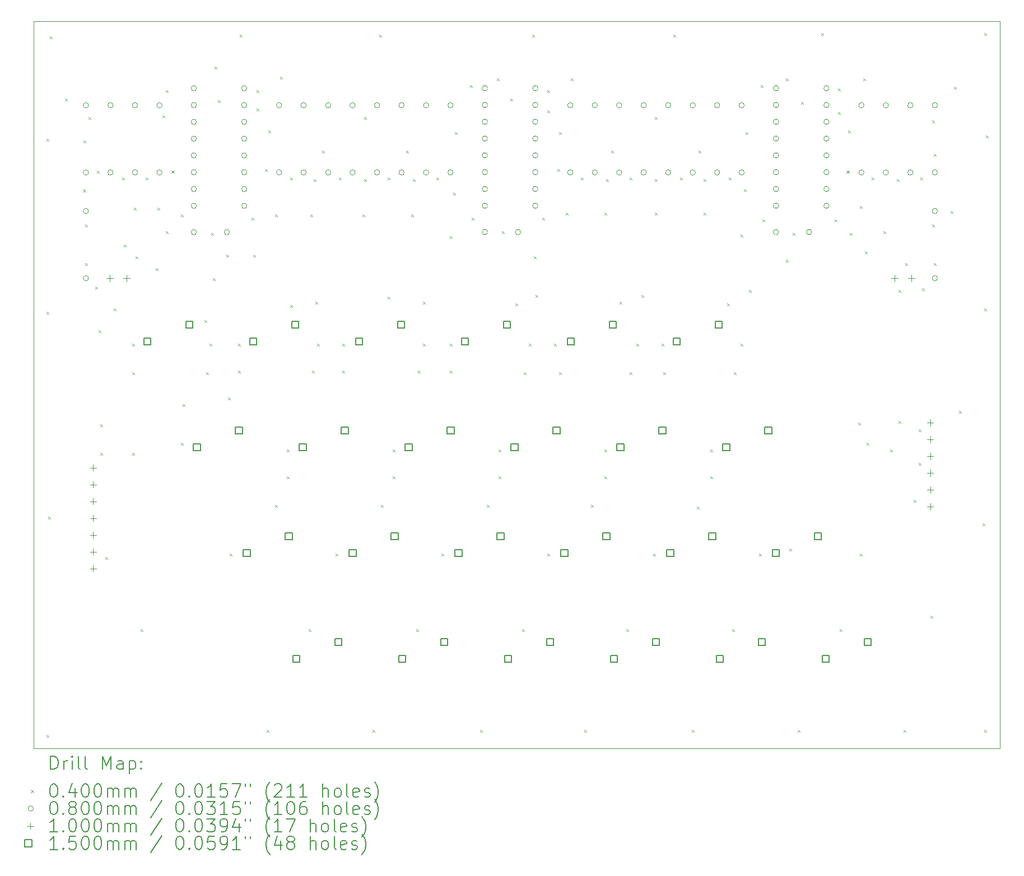
<source format=gbr>
%TF.GenerationSoftware,KiCad,Pcbnew,7.0.11-7.0.11~ubuntu22.04.1*%
%TF.CreationDate,2024-03-31T18:03:54+02:00*%
%TF.ProjectId,ek_left_hand_24_buttons,656b5f6c-6566-4745-9f68-616e645f3234,1.0*%
%TF.SameCoordinates,Original*%
%TF.FileFunction,Drillmap*%
%TF.FilePolarity,Positive*%
%FSLAX45Y45*%
G04 Gerber Fmt 4.5, Leading zero omitted, Abs format (unit mm)*
G04 Created by KiCad (PCBNEW 7.0.11-7.0.11~ubuntu22.04.1) date 2024-03-31 18:03:54*
%MOMM*%
%LPD*%
G01*
G04 APERTURE LIST*
%ADD10C,0.100000*%
%ADD11C,0.200000*%
%ADD12C,0.150000*%
G04 APERTURE END LIST*
D10*
X4260000Y-3740000D02*
X18860000Y-3740000D01*
X18860000Y-14740000D02*
X4260000Y-14740000D01*
X18860000Y-14740000D02*
X18860000Y-3740000D01*
X4260000Y-14740000D02*
X4260000Y-3740000D01*
D11*
D10*
X4450400Y-5517200D02*
X4490400Y-5557200D01*
X4490400Y-5517200D02*
X4450400Y-5557200D01*
X4450400Y-8133400D02*
X4490400Y-8173400D01*
X4490400Y-8133400D02*
X4450400Y-8173400D01*
X4450400Y-14534200D02*
X4490400Y-14574200D01*
X4490400Y-14534200D02*
X4450400Y-14574200D01*
X4475800Y-11232200D02*
X4515800Y-11272200D01*
X4515800Y-11232200D02*
X4475800Y-11272200D01*
X4501200Y-3967800D02*
X4541200Y-4007800D01*
X4541200Y-3967800D02*
X4501200Y-4007800D01*
X4729800Y-4907600D02*
X4769800Y-4947600D01*
X4769800Y-4907600D02*
X4729800Y-4947600D01*
X5004083Y-6284317D02*
X5044083Y-6324317D01*
X5044083Y-6284317D02*
X5004083Y-6324317D01*
X5009200Y-5542600D02*
X5049200Y-5582600D01*
X5049200Y-5542600D02*
X5009200Y-5582600D01*
X5034600Y-6812600D02*
X5074600Y-6852600D01*
X5074600Y-6812600D02*
X5034600Y-6852600D01*
X5034600Y-7396800D02*
X5074600Y-7436800D01*
X5074600Y-7396800D02*
X5034600Y-7436800D01*
X5085400Y-5187000D02*
X5125400Y-5227000D01*
X5125400Y-5187000D02*
X5085400Y-5227000D01*
X5187000Y-7752400D02*
X5227000Y-7792400D01*
X5227000Y-7752400D02*
X5187000Y-7792400D01*
X5212400Y-5999800D02*
X5252400Y-6039800D01*
X5252400Y-5999800D02*
X5212400Y-6039800D01*
X5237800Y-8412800D02*
X5277800Y-8452800D01*
X5277800Y-8412800D02*
X5237800Y-8452800D01*
X5263200Y-9835200D02*
X5303200Y-9875200D01*
X5303200Y-9835200D02*
X5263200Y-9875200D01*
X5263200Y-10267000D02*
X5303200Y-10307000D01*
X5303200Y-10267000D02*
X5263200Y-10307000D01*
X5339400Y-11841800D02*
X5379400Y-11881800D01*
X5379400Y-11841800D02*
X5339400Y-11881800D01*
X5466400Y-8082600D02*
X5506400Y-8122600D01*
X5506400Y-8082600D02*
X5466400Y-8122600D01*
X5593400Y-6101400D02*
X5633400Y-6141400D01*
X5633400Y-6101400D02*
X5593400Y-6141400D01*
X5618800Y-7117400D02*
X5658800Y-7157400D01*
X5658800Y-7117400D02*
X5618800Y-7157400D01*
X5745800Y-8616000D02*
X5785800Y-8656000D01*
X5785800Y-8616000D02*
X5745800Y-8656000D01*
X5745800Y-9047800D02*
X5785800Y-9087800D01*
X5785800Y-9047800D02*
X5745800Y-9087800D01*
X5745800Y-10267000D02*
X5785800Y-10307000D01*
X5785800Y-10267000D02*
X5745800Y-10307000D01*
X5771200Y-6558600D02*
X5811200Y-6598600D01*
X5811200Y-6558600D02*
X5771200Y-6598600D01*
X5796600Y-7295200D02*
X5836600Y-7335200D01*
X5836600Y-7295200D02*
X5796600Y-7335200D01*
X5872800Y-12934000D02*
X5912800Y-12974000D01*
X5912800Y-12934000D02*
X5872800Y-12974000D01*
X5949000Y-6101400D02*
X5989000Y-6141400D01*
X5989000Y-6101400D02*
X5949000Y-6141400D01*
X6101400Y-7473000D02*
X6141400Y-7513000D01*
X6141400Y-7473000D02*
X6101400Y-7513000D01*
X6126800Y-6558600D02*
X6166800Y-6598600D01*
X6166800Y-6558600D02*
X6126800Y-6598600D01*
X6203000Y-5161600D02*
X6243000Y-5201600D01*
X6243000Y-5161600D02*
X6203000Y-5201600D01*
X6253800Y-4780600D02*
X6293800Y-4820600D01*
X6293800Y-4780600D02*
X6253800Y-4820600D01*
X6253800Y-6914200D02*
X6293800Y-6954200D01*
X6293800Y-6914200D02*
X6253800Y-6954200D01*
X6340000Y-5999800D02*
X6380000Y-6039800D01*
X6380000Y-5999800D02*
X6340000Y-6039800D01*
X6482400Y-6660200D02*
X6522400Y-6700200D01*
X6522400Y-6660200D02*
X6482400Y-6700200D01*
X6482400Y-10114600D02*
X6522400Y-10154600D01*
X6522400Y-10114600D02*
X6482400Y-10154600D01*
X6507800Y-9530400D02*
X6547800Y-9570400D01*
X6547800Y-9530400D02*
X6507800Y-9570400D01*
X6838000Y-8260400D02*
X6878000Y-8300400D01*
X6878000Y-8260400D02*
X6838000Y-8300400D01*
X6863400Y-9047800D02*
X6903400Y-9087800D01*
X6903400Y-9047800D02*
X6863400Y-9087800D01*
X6914200Y-8616000D02*
X6954200Y-8656000D01*
X6954200Y-8616000D02*
X6914200Y-8656000D01*
X6939600Y-6939600D02*
X6979600Y-6979600D01*
X6979600Y-6939600D02*
X6939600Y-6979600D01*
X6965000Y-7625400D02*
X7005000Y-7665400D01*
X7005000Y-7625400D02*
X6965000Y-7665400D01*
X6990400Y-4425000D02*
X7030400Y-4465000D01*
X7030400Y-4425000D02*
X6990400Y-4465000D01*
X7041200Y-4933000D02*
X7081200Y-4973000D01*
X7081200Y-4933000D02*
X7041200Y-4973000D01*
X7168200Y-7269800D02*
X7208200Y-7309800D01*
X7208200Y-7269800D02*
X7168200Y-7309800D01*
X7193600Y-9428800D02*
X7233600Y-9468800D01*
X7233600Y-9428800D02*
X7193600Y-9468800D01*
X7219000Y-11791000D02*
X7259000Y-11831000D01*
X7259000Y-11791000D02*
X7219000Y-11831000D01*
X7346000Y-8616000D02*
X7386000Y-8656000D01*
X7386000Y-8616000D02*
X7346000Y-8656000D01*
X7346000Y-9022400D02*
X7386000Y-9062400D01*
X7386000Y-9022400D02*
X7346000Y-9062400D01*
X7371400Y-3942400D02*
X7411400Y-3982400D01*
X7411400Y-3942400D02*
X7371400Y-3982400D01*
X7549200Y-6711000D02*
X7589200Y-6751000D01*
X7589200Y-6711000D02*
X7549200Y-6751000D01*
X7574600Y-7269800D02*
X7614600Y-7309800D01*
X7614600Y-7269800D02*
X7574600Y-7309800D01*
X7625400Y-4780600D02*
X7665400Y-4820600D01*
X7665400Y-4780600D02*
X7625400Y-4820600D01*
X7625400Y-5060000D02*
X7665400Y-5100000D01*
X7665400Y-5060000D02*
X7625400Y-5100000D01*
X7752400Y-5974400D02*
X7792400Y-6014400D01*
X7792400Y-5974400D02*
X7752400Y-6014400D01*
X7777800Y-14458000D02*
X7817800Y-14498000D01*
X7817800Y-14458000D02*
X7777800Y-14498000D01*
X7803200Y-5390200D02*
X7843200Y-5430200D01*
X7843200Y-5390200D02*
X7803200Y-5430200D01*
X7904800Y-6660200D02*
X7944800Y-6700200D01*
X7944800Y-6660200D02*
X7904800Y-6700200D01*
X7904800Y-11054400D02*
X7944800Y-11094400D01*
X7944800Y-11054400D02*
X7904800Y-11094400D01*
X7981000Y-4577400D02*
X8021000Y-4617400D01*
X8021000Y-4577400D02*
X7981000Y-4617400D01*
X8082600Y-10216200D02*
X8122600Y-10256200D01*
X8122600Y-10216200D02*
X8082600Y-10256200D01*
X8082600Y-10622600D02*
X8122600Y-10662600D01*
X8122600Y-10622600D02*
X8082600Y-10662600D01*
X8133400Y-6101400D02*
X8173400Y-6141400D01*
X8173400Y-6101400D02*
X8133400Y-6141400D01*
X8133400Y-8031800D02*
X8173400Y-8071800D01*
X8173400Y-8031800D02*
X8133400Y-8071800D01*
X8412800Y-12934000D02*
X8452800Y-12974000D01*
X8452800Y-12934000D02*
X8412800Y-12974000D01*
X8438200Y-6660200D02*
X8478200Y-6700200D01*
X8478200Y-6660200D02*
X8438200Y-6700200D01*
X8463600Y-9022400D02*
X8503600Y-9062400D01*
X8503600Y-9022400D02*
X8463600Y-9062400D01*
X8489000Y-6126800D02*
X8529000Y-6166800D01*
X8529000Y-6126800D02*
X8489000Y-6166800D01*
X8514400Y-7981000D02*
X8554400Y-8021000D01*
X8554400Y-7981000D02*
X8514400Y-8021000D01*
X8539800Y-8616000D02*
X8579800Y-8656000D01*
X8579800Y-8616000D02*
X8539800Y-8656000D01*
X8616000Y-5695000D02*
X8656000Y-5735000D01*
X8656000Y-5695000D02*
X8616000Y-5735000D01*
X8819200Y-11791000D02*
X8859200Y-11831000D01*
X8859200Y-11791000D02*
X8819200Y-11831000D01*
X8870000Y-6101400D02*
X8910000Y-6141400D01*
X8910000Y-6101400D02*
X8870000Y-6141400D01*
X8920800Y-8616000D02*
X8960800Y-8656000D01*
X8960800Y-8616000D02*
X8920800Y-8656000D01*
X8920800Y-9022400D02*
X8960800Y-9062400D01*
X8960800Y-9022400D02*
X8920800Y-9062400D01*
X9225600Y-6660200D02*
X9265600Y-6700200D01*
X9265600Y-6660200D02*
X9225600Y-6700200D01*
X9251000Y-5187000D02*
X9291000Y-5227000D01*
X9291000Y-5187000D02*
X9251000Y-5227000D01*
X9251000Y-6126800D02*
X9291000Y-6166800D01*
X9291000Y-6126800D02*
X9251000Y-6166800D01*
X9378000Y-14458000D02*
X9418000Y-14498000D01*
X9418000Y-14458000D02*
X9378000Y-14498000D01*
X9479600Y-3942400D02*
X9519600Y-3982400D01*
X9519600Y-3942400D02*
X9479600Y-3982400D01*
X9505000Y-11054400D02*
X9545000Y-11094400D01*
X9545000Y-11054400D02*
X9505000Y-11094400D01*
X9606600Y-6101400D02*
X9646600Y-6141400D01*
X9646600Y-6101400D02*
X9606600Y-6141400D01*
X9606600Y-7904800D02*
X9646600Y-7944800D01*
X9646600Y-7904800D02*
X9606600Y-7944800D01*
X9682800Y-10216200D02*
X9722800Y-10256200D01*
X9722800Y-10216200D02*
X9682800Y-10256200D01*
X9682800Y-10622600D02*
X9722800Y-10662600D01*
X9722800Y-10622600D02*
X9682800Y-10662600D01*
X9886000Y-5695000D02*
X9926000Y-5735000D01*
X9926000Y-5695000D02*
X9886000Y-5735000D01*
X9962200Y-6660200D02*
X10002200Y-6700200D01*
X10002200Y-6660200D02*
X9962200Y-6700200D01*
X9987600Y-6126800D02*
X10027600Y-6166800D01*
X10027600Y-6126800D02*
X9987600Y-6166800D01*
X10038400Y-12934000D02*
X10078400Y-12974000D01*
X10078400Y-12934000D02*
X10038400Y-12974000D01*
X10063800Y-9022400D02*
X10103800Y-9062400D01*
X10103800Y-9022400D02*
X10063800Y-9062400D01*
X10140000Y-7981000D02*
X10180000Y-8021000D01*
X10180000Y-7981000D02*
X10140000Y-8021000D01*
X10140000Y-8616000D02*
X10180000Y-8656000D01*
X10180000Y-8616000D02*
X10140000Y-8656000D01*
X10343200Y-6101400D02*
X10383200Y-6141400D01*
X10383200Y-6101400D02*
X10343200Y-6141400D01*
X10419400Y-11791000D02*
X10459400Y-11831000D01*
X10459400Y-11791000D02*
X10419400Y-11831000D01*
X10546400Y-6990400D02*
X10586400Y-7030400D01*
X10586400Y-6990400D02*
X10546400Y-7030400D01*
X10546400Y-8616000D02*
X10586400Y-8656000D01*
X10586400Y-8616000D02*
X10546400Y-8656000D01*
X10546400Y-9022400D02*
X10586400Y-9062400D01*
X10586400Y-9022400D02*
X10546400Y-9062400D01*
X10597200Y-6330000D02*
X10637200Y-6370000D01*
X10637200Y-6330000D02*
X10597200Y-6370000D01*
X10622600Y-5415600D02*
X10662600Y-5455600D01*
X10662600Y-5415600D02*
X10622600Y-5455600D01*
X10851200Y-4704400D02*
X10891200Y-4744400D01*
X10891200Y-4704400D02*
X10851200Y-4744400D01*
X10876600Y-6711000D02*
X10916600Y-6751000D01*
X10916600Y-6711000D02*
X10876600Y-6751000D01*
X11003600Y-14458000D02*
X11043600Y-14498000D01*
X11043600Y-14458000D02*
X11003600Y-14498000D01*
X11105200Y-11054400D02*
X11145200Y-11094400D01*
X11145200Y-11054400D02*
X11105200Y-11094400D01*
X11257600Y-4602800D02*
X11297600Y-4642800D01*
X11297600Y-4602800D02*
X11257600Y-4642800D01*
X11283000Y-10216200D02*
X11323000Y-10256200D01*
X11323000Y-10216200D02*
X11283000Y-10256200D01*
X11283000Y-10622600D02*
X11323000Y-10662600D01*
X11323000Y-10622600D02*
X11283000Y-10662600D01*
X11333800Y-6914200D02*
X11373800Y-6954200D01*
X11373800Y-6914200D02*
X11333800Y-6954200D01*
X11460800Y-4907600D02*
X11500800Y-4947600D01*
X11500800Y-4907600D02*
X11460800Y-4947600D01*
X11537000Y-8006400D02*
X11577000Y-8046400D01*
X11577000Y-8006400D02*
X11537000Y-8046400D01*
X11638600Y-12934000D02*
X11678600Y-12974000D01*
X11678600Y-12934000D02*
X11638600Y-12974000D01*
X11664000Y-9047800D02*
X11704000Y-9087800D01*
X11704000Y-9047800D02*
X11664000Y-9087800D01*
X11740200Y-8616000D02*
X11780200Y-8656000D01*
X11780200Y-8616000D02*
X11740200Y-8656000D01*
X11791000Y-3942400D02*
X11831000Y-3982400D01*
X11831000Y-3942400D02*
X11791000Y-3982400D01*
X11816400Y-7295200D02*
X11856400Y-7335200D01*
X11856400Y-7295200D02*
X11816400Y-7335200D01*
X11841800Y-7879400D02*
X11881800Y-7919400D01*
X11881800Y-7879400D02*
X11841800Y-7919400D01*
X11943400Y-6711000D02*
X11983400Y-6751000D01*
X11983400Y-6711000D02*
X11943400Y-6751000D01*
X12019600Y-4780600D02*
X12059600Y-4820600D01*
X12059600Y-4780600D02*
X12019600Y-4820600D01*
X12019600Y-5085400D02*
X12059600Y-5125400D01*
X12059600Y-5085400D02*
X12019600Y-5125400D01*
X12019600Y-11791000D02*
X12059600Y-11831000D01*
X12059600Y-11791000D02*
X12019600Y-11831000D01*
X12121200Y-8616000D02*
X12161200Y-8656000D01*
X12161200Y-8616000D02*
X12121200Y-8656000D01*
X12172000Y-5974400D02*
X12212000Y-6014400D01*
X12212000Y-5974400D02*
X12172000Y-6014400D01*
X12197400Y-5415600D02*
X12237400Y-5455600D01*
X12237400Y-5415600D02*
X12197400Y-5455600D01*
X12197400Y-9047800D02*
X12237400Y-9087800D01*
X12237400Y-9047800D02*
X12197400Y-9087800D01*
X12299000Y-6634800D02*
X12339000Y-6674800D01*
X12339000Y-6634800D02*
X12299000Y-6674800D01*
X12375200Y-4602800D02*
X12415200Y-4642800D01*
X12415200Y-4602800D02*
X12375200Y-4642800D01*
X12527600Y-6101400D02*
X12567600Y-6141400D01*
X12567600Y-6101400D02*
X12527600Y-6141400D01*
X12578400Y-14458000D02*
X12618400Y-14498000D01*
X12618400Y-14458000D02*
X12578400Y-14498000D01*
X12680000Y-11054400D02*
X12720000Y-11094400D01*
X12720000Y-11054400D02*
X12680000Y-11094400D01*
X12883200Y-6634800D02*
X12923200Y-6674800D01*
X12923200Y-6634800D02*
X12883200Y-6674800D01*
X12883200Y-10216200D02*
X12923200Y-10256200D01*
X12923200Y-10216200D02*
X12883200Y-10256200D01*
X12883200Y-10622600D02*
X12923200Y-10662600D01*
X12923200Y-10622600D02*
X12883200Y-10662600D01*
X12908600Y-6126800D02*
X12948600Y-6166800D01*
X12948600Y-6126800D02*
X12908600Y-6166800D01*
X12984800Y-5695000D02*
X13024800Y-5735000D01*
X13024800Y-5695000D02*
X12984800Y-5735000D01*
X13111800Y-7981000D02*
X13151800Y-8021000D01*
X13151800Y-7981000D02*
X13111800Y-8021000D01*
X13213400Y-12934000D02*
X13253400Y-12974000D01*
X13253400Y-12934000D02*
X13213400Y-12974000D01*
X13264200Y-6101400D02*
X13304200Y-6141400D01*
X13304200Y-6101400D02*
X13264200Y-6141400D01*
X13264200Y-9047800D02*
X13304200Y-9087800D01*
X13304200Y-9047800D02*
X13264200Y-9087800D01*
X13365800Y-8616000D02*
X13405800Y-8656000D01*
X13405800Y-8616000D02*
X13365800Y-8656000D01*
X13442000Y-7879400D02*
X13482000Y-7919400D01*
X13482000Y-7879400D02*
X13442000Y-7919400D01*
X13619800Y-11791000D02*
X13659800Y-11831000D01*
X13659800Y-11791000D02*
X13619800Y-11831000D01*
X13645200Y-5187000D02*
X13685200Y-5227000D01*
X13685200Y-5187000D02*
X13645200Y-5227000D01*
X13645200Y-6126800D02*
X13685200Y-6166800D01*
X13685200Y-6126800D02*
X13645200Y-6166800D01*
X13645200Y-6634800D02*
X13685200Y-6674800D01*
X13685200Y-6634800D02*
X13645200Y-6674800D01*
X13746800Y-8616000D02*
X13786800Y-8656000D01*
X13786800Y-8616000D02*
X13746800Y-8656000D01*
X13772200Y-9047800D02*
X13812200Y-9087800D01*
X13812200Y-9047800D02*
X13772200Y-9087800D01*
X13924600Y-3942400D02*
X13964600Y-3982400D01*
X13964600Y-3942400D02*
X13924600Y-3982400D01*
X14026200Y-6101400D02*
X14066200Y-6141400D01*
X14066200Y-6101400D02*
X14026200Y-6141400D01*
X14204000Y-14458000D02*
X14244000Y-14498000D01*
X14244000Y-14458000D02*
X14204000Y-14498000D01*
X14280200Y-11079800D02*
X14320200Y-11119800D01*
X14320200Y-11079800D02*
X14280200Y-11119800D01*
X14305600Y-5695000D02*
X14345600Y-5735000D01*
X14345600Y-5695000D02*
X14305600Y-5735000D01*
X14381800Y-6126800D02*
X14421800Y-6166800D01*
X14421800Y-6126800D02*
X14381800Y-6166800D01*
X14381800Y-6634800D02*
X14421800Y-6674800D01*
X14421800Y-6634800D02*
X14381800Y-6674800D01*
X14483400Y-10216200D02*
X14523400Y-10256200D01*
X14523400Y-10216200D02*
X14483400Y-10256200D01*
X14483400Y-10622600D02*
X14523400Y-10662600D01*
X14523400Y-10622600D02*
X14483400Y-10662600D01*
X14737400Y-8006400D02*
X14777400Y-8046400D01*
X14777400Y-8006400D02*
X14737400Y-8046400D01*
X14762800Y-6101400D02*
X14802800Y-6141400D01*
X14802800Y-6101400D02*
X14762800Y-6141400D01*
X14813600Y-12934000D02*
X14853600Y-12974000D01*
X14853600Y-12934000D02*
X14813600Y-12974000D01*
X14839000Y-9047800D02*
X14879000Y-9087800D01*
X14879000Y-9047800D02*
X14839000Y-9087800D01*
X14940600Y-6965000D02*
X14980600Y-7005000D01*
X14980600Y-6965000D02*
X14940600Y-7005000D01*
X14940600Y-8616000D02*
X14980600Y-8656000D01*
X14980600Y-8616000D02*
X14940600Y-8656000D01*
X14991400Y-6279200D02*
X15031400Y-6319200D01*
X15031400Y-6279200D02*
X14991400Y-6319200D01*
X15016800Y-5415600D02*
X15056800Y-5455600D01*
X15056800Y-5415600D02*
X15016800Y-5455600D01*
X15067600Y-7803200D02*
X15107600Y-7843200D01*
X15107600Y-7803200D02*
X15067600Y-7843200D01*
X15220000Y-11791000D02*
X15260000Y-11831000D01*
X15260000Y-11791000D02*
X15220000Y-11831000D01*
X15245400Y-4704400D02*
X15285400Y-4744400D01*
X15285400Y-4704400D02*
X15245400Y-4744400D01*
X15270800Y-6736400D02*
X15310800Y-6776400D01*
X15310800Y-6736400D02*
X15270800Y-6776400D01*
X15626400Y-4602800D02*
X15666400Y-4642800D01*
X15666400Y-4602800D02*
X15626400Y-4642800D01*
X15626400Y-7346000D02*
X15666400Y-7386000D01*
X15666400Y-7346000D02*
X15626400Y-7386000D01*
X15677200Y-11714800D02*
X15717200Y-11754800D01*
X15717200Y-11714800D02*
X15677200Y-11754800D01*
X15728000Y-6939600D02*
X15768000Y-6979600D01*
X15768000Y-6939600D02*
X15728000Y-6979600D01*
X15804200Y-14458000D02*
X15844200Y-14498000D01*
X15844200Y-14458000D02*
X15804200Y-14498000D01*
X15855000Y-4958400D02*
X15895000Y-4998400D01*
X15895000Y-4958400D02*
X15855000Y-4998400D01*
X16159800Y-3917000D02*
X16199800Y-3957000D01*
X16199800Y-3917000D02*
X16159800Y-3957000D01*
X16363000Y-6736400D02*
X16403000Y-6776400D01*
X16403000Y-6736400D02*
X16363000Y-6776400D01*
X16413800Y-4755200D02*
X16453800Y-4795200D01*
X16453800Y-4755200D02*
X16413800Y-4795200D01*
X16413800Y-5110800D02*
X16453800Y-5150800D01*
X16453800Y-5110800D02*
X16413800Y-5150800D01*
X16439200Y-12934000D02*
X16479200Y-12974000D01*
X16479200Y-12934000D02*
X16439200Y-12974000D01*
X16542000Y-5999800D02*
X16582000Y-6039800D01*
X16582000Y-5999800D02*
X16542000Y-6039800D01*
X16566200Y-5390200D02*
X16606200Y-5430200D01*
X16606200Y-5390200D02*
X16566200Y-5430200D01*
X16591600Y-6939600D02*
X16631600Y-6979600D01*
X16631600Y-6939600D02*
X16591600Y-6979600D01*
X16718600Y-9809800D02*
X16758600Y-9849800D01*
X16758600Y-9809800D02*
X16718600Y-9849800D01*
X16744000Y-6533200D02*
X16784000Y-6573200D01*
X16784000Y-6533200D02*
X16744000Y-6573200D01*
X16744000Y-11791000D02*
X16784000Y-11831000D01*
X16784000Y-11791000D02*
X16744000Y-11831000D01*
X16794800Y-4602800D02*
X16834800Y-4642800D01*
X16834800Y-4602800D02*
X16794800Y-4642800D01*
X16820200Y-7219000D02*
X16860200Y-7259000D01*
X16860200Y-7219000D02*
X16820200Y-7259000D01*
X16845600Y-10114600D02*
X16885600Y-10154600D01*
X16885600Y-10114600D02*
X16845600Y-10154600D01*
X16921800Y-6101400D02*
X16961800Y-6141400D01*
X16961800Y-6101400D02*
X16921800Y-6141400D01*
X17099600Y-6914200D02*
X17139600Y-6954200D01*
X17139600Y-6914200D02*
X17099600Y-6954200D01*
X17201200Y-10216200D02*
X17241200Y-10256200D01*
X17241200Y-10216200D02*
X17201200Y-10256200D01*
X17302800Y-6126800D02*
X17342800Y-6166800D01*
X17342800Y-6126800D02*
X17302800Y-6166800D01*
X17328200Y-7803200D02*
X17368200Y-7843200D01*
X17368200Y-7803200D02*
X17328200Y-7843200D01*
X17328200Y-9784400D02*
X17368200Y-9824400D01*
X17368200Y-9784400D02*
X17328200Y-9824400D01*
X17404400Y-14458000D02*
X17444400Y-14498000D01*
X17444400Y-14458000D02*
X17404400Y-14498000D01*
X17429800Y-7396800D02*
X17469800Y-7436800D01*
X17469800Y-7396800D02*
X17429800Y-7436800D01*
X17556800Y-10978200D02*
X17596800Y-11018200D01*
X17596800Y-10978200D02*
X17556800Y-11018200D01*
X17633000Y-9911400D02*
X17673000Y-9951400D01*
X17673000Y-9911400D02*
X17633000Y-9951400D01*
X17633000Y-10419400D02*
X17673000Y-10459400D01*
X17673000Y-10419400D02*
X17633000Y-10459400D01*
X17658400Y-6101400D02*
X17698400Y-6141400D01*
X17698400Y-6101400D02*
X17658400Y-6141400D01*
X17683800Y-7777800D02*
X17723800Y-7817800D01*
X17723800Y-7777800D02*
X17683800Y-7817800D01*
X17810800Y-12730800D02*
X17850800Y-12770800D01*
X17850800Y-12730800D02*
X17810800Y-12770800D01*
X17836200Y-5237800D02*
X17876200Y-5277800D01*
X17876200Y-5237800D02*
X17836200Y-5277800D01*
X17836200Y-6812600D02*
X17876200Y-6852600D01*
X17876200Y-6812600D02*
X17836200Y-6852600D01*
X17861600Y-5745800D02*
X17901600Y-5785800D01*
X17901600Y-5745800D02*
X17861600Y-5785800D01*
X17861600Y-7396800D02*
X17901600Y-7436800D01*
X17901600Y-7396800D02*
X17861600Y-7436800D01*
X18115600Y-6609400D02*
X18155600Y-6649400D01*
X18155600Y-6609400D02*
X18115600Y-6649400D01*
X18166400Y-4729800D02*
X18206400Y-4769800D01*
X18206400Y-4729800D02*
X18166400Y-4769800D01*
X18242600Y-9632000D02*
X18282600Y-9672000D01*
X18282600Y-9632000D02*
X18242600Y-9672000D01*
X18598200Y-11333800D02*
X18638200Y-11373800D01*
X18638200Y-11333800D02*
X18598200Y-11373800D01*
X18623600Y-3917000D02*
X18663600Y-3957000D01*
X18663600Y-3917000D02*
X18623600Y-3957000D01*
X18623600Y-8082600D02*
X18663600Y-8122600D01*
X18663600Y-8082600D02*
X18623600Y-8122600D01*
X18623600Y-14458000D02*
X18663600Y-14498000D01*
X18663600Y-14458000D02*
X18623600Y-14498000D01*
X18649000Y-5466400D02*
X18689000Y-5506400D01*
X18689000Y-5466400D02*
X18649000Y-5506400D01*
X5090000Y-5012000D02*
G75*
G03*
X5010000Y-5012000I-40000J0D01*
G01*
X5010000Y-5012000D02*
G75*
G03*
X5090000Y-5012000I40000J0D01*
G01*
X5090000Y-6028000D02*
G75*
G03*
X5010000Y-6028000I-40000J0D01*
G01*
X5010000Y-6028000D02*
G75*
G03*
X5090000Y-6028000I40000J0D01*
G01*
X5090000Y-6612000D02*
G75*
G03*
X5010000Y-6612000I-40000J0D01*
G01*
X5010000Y-6612000D02*
G75*
G03*
X5090000Y-6612000I40000J0D01*
G01*
X5090000Y-7628000D02*
G75*
G03*
X5010000Y-7628000I-40000J0D01*
G01*
X5010000Y-7628000D02*
G75*
G03*
X5090000Y-7628000I40000J0D01*
G01*
X5460000Y-5012000D02*
G75*
G03*
X5380000Y-5012000I-40000J0D01*
G01*
X5380000Y-5012000D02*
G75*
G03*
X5460000Y-5012000I40000J0D01*
G01*
X5460000Y-6028000D02*
G75*
G03*
X5380000Y-6028000I-40000J0D01*
G01*
X5380000Y-6028000D02*
G75*
G03*
X5460000Y-6028000I40000J0D01*
G01*
X5830000Y-5012000D02*
G75*
G03*
X5750000Y-5012000I-40000J0D01*
G01*
X5750000Y-5012000D02*
G75*
G03*
X5830000Y-5012000I40000J0D01*
G01*
X5830000Y-6028000D02*
G75*
G03*
X5750000Y-6028000I-40000J0D01*
G01*
X5750000Y-6028000D02*
G75*
G03*
X5830000Y-6028000I40000J0D01*
G01*
X6200000Y-5012000D02*
G75*
G03*
X6120000Y-5012000I-40000J0D01*
G01*
X6120000Y-5012000D02*
G75*
G03*
X6200000Y-5012000I40000J0D01*
G01*
X6200000Y-6028000D02*
G75*
G03*
X6120000Y-6028000I-40000J0D01*
G01*
X6120000Y-6028000D02*
G75*
G03*
X6200000Y-6028000I40000J0D01*
G01*
X6720000Y-4754000D02*
G75*
G03*
X6640000Y-4754000I-40000J0D01*
G01*
X6640000Y-4754000D02*
G75*
G03*
X6720000Y-4754000I40000J0D01*
G01*
X6720000Y-5008000D02*
G75*
G03*
X6640000Y-5008000I-40000J0D01*
G01*
X6640000Y-5008000D02*
G75*
G03*
X6720000Y-5008000I40000J0D01*
G01*
X6720000Y-5262000D02*
G75*
G03*
X6640000Y-5262000I-40000J0D01*
G01*
X6640000Y-5262000D02*
G75*
G03*
X6720000Y-5262000I40000J0D01*
G01*
X6720000Y-5516000D02*
G75*
G03*
X6640000Y-5516000I-40000J0D01*
G01*
X6640000Y-5516000D02*
G75*
G03*
X6720000Y-5516000I40000J0D01*
G01*
X6720000Y-5770000D02*
G75*
G03*
X6640000Y-5770000I-40000J0D01*
G01*
X6640000Y-5770000D02*
G75*
G03*
X6720000Y-5770000I40000J0D01*
G01*
X6720000Y-6024000D02*
G75*
G03*
X6640000Y-6024000I-40000J0D01*
G01*
X6640000Y-6024000D02*
G75*
G03*
X6720000Y-6024000I40000J0D01*
G01*
X6720000Y-6278000D02*
G75*
G03*
X6640000Y-6278000I-40000J0D01*
G01*
X6640000Y-6278000D02*
G75*
G03*
X6720000Y-6278000I40000J0D01*
G01*
X6720000Y-6532000D02*
G75*
G03*
X6640000Y-6532000I-40000J0D01*
G01*
X6640000Y-6532000D02*
G75*
G03*
X6720000Y-6532000I40000J0D01*
G01*
X6720000Y-6930000D02*
G75*
G03*
X6640000Y-6930000I-40000J0D01*
G01*
X6640000Y-6930000D02*
G75*
G03*
X6720000Y-6930000I40000J0D01*
G01*
X7220000Y-6930000D02*
G75*
G03*
X7140000Y-6930000I-40000J0D01*
G01*
X7140000Y-6930000D02*
G75*
G03*
X7220000Y-6930000I40000J0D01*
G01*
X7482000Y-4754000D02*
G75*
G03*
X7402000Y-4754000I-40000J0D01*
G01*
X7402000Y-4754000D02*
G75*
G03*
X7482000Y-4754000I40000J0D01*
G01*
X7482000Y-5008000D02*
G75*
G03*
X7402000Y-5008000I-40000J0D01*
G01*
X7402000Y-5008000D02*
G75*
G03*
X7482000Y-5008000I40000J0D01*
G01*
X7482000Y-5262000D02*
G75*
G03*
X7402000Y-5262000I-40000J0D01*
G01*
X7402000Y-5262000D02*
G75*
G03*
X7482000Y-5262000I40000J0D01*
G01*
X7482000Y-5516000D02*
G75*
G03*
X7402000Y-5516000I-40000J0D01*
G01*
X7402000Y-5516000D02*
G75*
G03*
X7482000Y-5516000I40000J0D01*
G01*
X7482000Y-5770000D02*
G75*
G03*
X7402000Y-5770000I-40000J0D01*
G01*
X7402000Y-5770000D02*
G75*
G03*
X7482000Y-5770000I40000J0D01*
G01*
X7482000Y-6024000D02*
G75*
G03*
X7402000Y-6024000I-40000J0D01*
G01*
X7402000Y-6024000D02*
G75*
G03*
X7482000Y-6024000I40000J0D01*
G01*
X7482000Y-6278000D02*
G75*
G03*
X7402000Y-6278000I-40000J0D01*
G01*
X7402000Y-6278000D02*
G75*
G03*
X7482000Y-6278000I40000J0D01*
G01*
X7482000Y-6532000D02*
G75*
G03*
X7402000Y-6532000I-40000J0D01*
G01*
X7402000Y-6532000D02*
G75*
G03*
X7482000Y-6532000I40000J0D01*
G01*
X8010000Y-5012000D02*
G75*
G03*
X7930000Y-5012000I-40000J0D01*
G01*
X7930000Y-5012000D02*
G75*
G03*
X8010000Y-5012000I40000J0D01*
G01*
X8010000Y-6028000D02*
G75*
G03*
X7930000Y-6028000I-40000J0D01*
G01*
X7930000Y-6028000D02*
G75*
G03*
X8010000Y-6028000I40000J0D01*
G01*
X8380000Y-5012000D02*
G75*
G03*
X8300000Y-5012000I-40000J0D01*
G01*
X8300000Y-5012000D02*
G75*
G03*
X8380000Y-5012000I40000J0D01*
G01*
X8380000Y-6028000D02*
G75*
G03*
X8300000Y-6028000I-40000J0D01*
G01*
X8300000Y-6028000D02*
G75*
G03*
X8380000Y-6028000I40000J0D01*
G01*
X8750000Y-5012000D02*
G75*
G03*
X8670000Y-5012000I-40000J0D01*
G01*
X8670000Y-5012000D02*
G75*
G03*
X8750000Y-5012000I40000J0D01*
G01*
X8750000Y-6028000D02*
G75*
G03*
X8670000Y-6028000I-40000J0D01*
G01*
X8670000Y-6028000D02*
G75*
G03*
X8750000Y-6028000I40000J0D01*
G01*
X9120000Y-5012000D02*
G75*
G03*
X9040000Y-5012000I-40000J0D01*
G01*
X9040000Y-5012000D02*
G75*
G03*
X9120000Y-5012000I40000J0D01*
G01*
X9120000Y-6028000D02*
G75*
G03*
X9040000Y-6028000I-40000J0D01*
G01*
X9040000Y-6028000D02*
G75*
G03*
X9120000Y-6028000I40000J0D01*
G01*
X9490000Y-5012000D02*
G75*
G03*
X9410000Y-5012000I-40000J0D01*
G01*
X9410000Y-5012000D02*
G75*
G03*
X9490000Y-5012000I40000J0D01*
G01*
X9490000Y-6028000D02*
G75*
G03*
X9410000Y-6028000I-40000J0D01*
G01*
X9410000Y-6028000D02*
G75*
G03*
X9490000Y-6028000I40000J0D01*
G01*
X9860000Y-5012000D02*
G75*
G03*
X9780000Y-5012000I-40000J0D01*
G01*
X9780000Y-5012000D02*
G75*
G03*
X9860000Y-5012000I40000J0D01*
G01*
X9860000Y-6028000D02*
G75*
G03*
X9780000Y-6028000I-40000J0D01*
G01*
X9780000Y-6028000D02*
G75*
G03*
X9860000Y-6028000I40000J0D01*
G01*
X10230000Y-5012000D02*
G75*
G03*
X10150000Y-5012000I-40000J0D01*
G01*
X10150000Y-5012000D02*
G75*
G03*
X10230000Y-5012000I40000J0D01*
G01*
X10230000Y-6028000D02*
G75*
G03*
X10150000Y-6028000I-40000J0D01*
G01*
X10150000Y-6028000D02*
G75*
G03*
X10230000Y-6028000I40000J0D01*
G01*
X10600000Y-5012000D02*
G75*
G03*
X10520000Y-5012000I-40000J0D01*
G01*
X10520000Y-5012000D02*
G75*
G03*
X10600000Y-5012000I40000J0D01*
G01*
X10600000Y-6028000D02*
G75*
G03*
X10520000Y-6028000I-40000J0D01*
G01*
X10520000Y-6028000D02*
G75*
G03*
X10600000Y-6028000I40000J0D01*
G01*
X11120000Y-4754000D02*
G75*
G03*
X11040000Y-4754000I-40000J0D01*
G01*
X11040000Y-4754000D02*
G75*
G03*
X11120000Y-4754000I40000J0D01*
G01*
X11120000Y-5008000D02*
G75*
G03*
X11040000Y-5008000I-40000J0D01*
G01*
X11040000Y-5008000D02*
G75*
G03*
X11120000Y-5008000I40000J0D01*
G01*
X11120000Y-5262000D02*
G75*
G03*
X11040000Y-5262000I-40000J0D01*
G01*
X11040000Y-5262000D02*
G75*
G03*
X11120000Y-5262000I40000J0D01*
G01*
X11120000Y-5516000D02*
G75*
G03*
X11040000Y-5516000I-40000J0D01*
G01*
X11040000Y-5516000D02*
G75*
G03*
X11120000Y-5516000I40000J0D01*
G01*
X11120000Y-5770000D02*
G75*
G03*
X11040000Y-5770000I-40000J0D01*
G01*
X11040000Y-5770000D02*
G75*
G03*
X11120000Y-5770000I40000J0D01*
G01*
X11120000Y-6024000D02*
G75*
G03*
X11040000Y-6024000I-40000J0D01*
G01*
X11040000Y-6024000D02*
G75*
G03*
X11120000Y-6024000I40000J0D01*
G01*
X11120000Y-6278000D02*
G75*
G03*
X11040000Y-6278000I-40000J0D01*
G01*
X11040000Y-6278000D02*
G75*
G03*
X11120000Y-6278000I40000J0D01*
G01*
X11120000Y-6532000D02*
G75*
G03*
X11040000Y-6532000I-40000J0D01*
G01*
X11040000Y-6532000D02*
G75*
G03*
X11120000Y-6532000I40000J0D01*
G01*
X11120000Y-6930000D02*
G75*
G03*
X11040000Y-6930000I-40000J0D01*
G01*
X11040000Y-6930000D02*
G75*
G03*
X11120000Y-6930000I40000J0D01*
G01*
X11620000Y-6930000D02*
G75*
G03*
X11540000Y-6930000I-40000J0D01*
G01*
X11540000Y-6930000D02*
G75*
G03*
X11620000Y-6930000I40000J0D01*
G01*
X11882000Y-4754000D02*
G75*
G03*
X11802000Y-4754000I-40000J0D01*
G01*
X11802000Y-4754000D02*
G75*
G03*
X11882000Y-4754000I40000J0D01*
G01*
X11882000Y-5008000D02*
G75*
G03*
X11802000Y-5008000I-40000J0D01*
G01*
X11802000Y-5008000D02*
G75*
G03*
X11882000Y-5008000I40000J0D01*
G01*
X11882000Y-5262000D02*
G75*
G03*
X11802000Y-5262000I-40000J0D01*
G01*
X11802000Y-5262000D02*
G75*
G03*
X11882000Y-5262000I40000J0D01*
G01*
X11882000Y-5516000D02*
G75*
G03*
X11802000Y-5516000I-40000J0D01*
G01*
X11802000Y-5516000D02*
G75*
G03*
X11882000Y-5516000I40000J0D01*
G01*
X11882000Y-5770000D02*
G75*
G03*
X11802000Y-5770000I-40000J0D01*
G01*
X11802000Y-5770000D02*
G75*
G03*
X11882000Y-5770000I40000J0D01*
G01*
X11882000Y-6024000D02*
G75*
G03*
X11802000Y-6024000I-40000J0D01*
G01*
X11802000Y-6024000D02*
G75*
G03*
X11882000Y-6024000I40000J0D01*
G01*
X11882000Y-6278000D02*
G75*
G03*
X11802000Y-6278000I-40000J0D01*
G01*
X11802000Y-6278000D02*
G75*
G03*
X11882000Y-6278000I40000J0D01*
G01*
X11882000Y-6532000D02*
G75*
G03*
X11802000Y-6532000I-40000J0D01*
G01*
X11802000Y-6532000D02*
G75*
G03*
X11882000Y-6532000I40000J0D01*
G01*
X12410000Y-5012000D02*
G75*
G03*
X12330000Y-5012000I-40000J0D01*
G01*
X12330000Y-5012000D02*
G75*
G03*
X12410000Y-5012000I40000J0D01*
G01*
X12410000Y-6028000D02*
G75*
G03*
X12330000Y-6028000I-40000J0D01*
G01*
X12330000Y-6028000D02*
G75*
G03*
X12410000Y-6028000I40000J0D01*
G01*
X12780000Y-5012000D02*
G75*
G03*
X12700000Y-5012000I-40000J0D01*
G01*
X12700000Y-5012000D02*
G75*
G03*
X12780000Y-5012000I40000J0D01*
G01*
X12780000Y-6028000D02*
G75*
G03*
X12700000Y-6028000I-40000J0D01*
G01*
X12700000Y-6028000D02*
G75*
G03*
X12780000Y-6028000I40000J0D01*
G01*
X13150000Y-5012000D02*
G75*
G03*
X13070000Y-5012000I-40000J0D01*
G01*
X13070000Y-5012000D02*
G75*
G03*
X13150000Y-5012000I40000J0D01*
G01*
X13150000Y-6028000D02*
G75*
G03*
X13070000Y-6028000I-40000J0D01*
G01*
X13070000Y-6028000D02*
G75*
G03*
X13150000Y-6028000I40000J0D01*
G01*
X13520000Y-5012000D02*
G75*
G03*
X13440000Y-5012000I-40000J0D01*
G01*
X13440000Y-5012000D02*
G75*
G03*
X13520000Y-5012000I40000J0D01*
G01*
X13520000Y-6028000D02*
G75*
G03*
X13440000Y-6028000I-40000J0D01*
G01*
X13440000Y-6028000D02*
G75*
G03*
X13520000Y-6028000I40000J0D01*
G01*
X13890000Y-5012000D02*
G75*
G03*
X13810000Y-5012000I-40000J0D01*
G01*
X13810000Y-5012000D02*
G75*
G03*
X13890000Y-5012000I40000J0D01*
G01*
X13890000Y-6028000D02*
G75*
G03*
X13810000Y-6028000I-40000J0D01*
G01*
X13810000Y-6028000D02*
G75*
G03*
X13890000Y-6028000I40000J0D01*
G01*
X14260000Y-5012000D02*
G75*
G03*
X14180000Y-5012000I-40000J0D01*
G01*
X14180000Y-5012000D02*
G75*
G03*
X14260000Y-5012000I40000J0D01*
G01*
X14260000Y-6028000D02*
G75*
G03*
X14180000Y-6028000I-40000J0D01*
G01*
X14180000Y-6028000D02*
G75*
G03*
X14260000Y-6028000I40000J0D01*
G01*
X14630000Y-5012000D02*
G75*
G03*
X14550000Y-5012000I-40000J0D01*
G01*
X14550000Y-5012000D02*
G75*
G03*
X14630000Y-5012000I40000J0D01*
G01*
X14630000Y-6028000D02*
G75*
G03*
X14550000Y-6028000I-40000J0D01*
G01*
X14550000Y-6028000D02*
G75*
G03*
X14630000Y-6028000I40000J0D01*
G01*
X15000000Y-5012000D02*
G75*
G03*
X14920000Y-5012000I-40000J0D01*
G01*
X14920000Y-5012000D02*
G75*
G03*
X15000000Y-5012000I40000J0D01*
G01*
X15000000Y-6028000D02*
G75*
G03*
X14920000Y-6028000I-40000J0D01*
G01*
X14920000Y-6028000D02*
G75*
G03*
X15000000Y-6028000I40000J0D01*
G01*
X15520000Y-4754000D02*
G75*
G03*
X15440000Y-4754000I-40000J0D01*
G01*
X15440000Y-4754000D02*
G75*
G03*
X15520000Y-4754000I40000J0D01*
G01*
X15520000Y-5008000D02*
G75*
G03*
X15440000Y-5008000I-40000J0D01*
G01*
X15440000Y-5008000D02*
G75*
G03*
X15520000Y-5008000I40000J0D01*
G01*
X15520000Y-5262000D02*
G75*
G03*
X15440000Y-5262000I-40000J0D01*
G01*
X15440000Y-5262000D02*
G75*
G03*
X15520000Y-5262000I40000J0D01*
G01*
X15520000Y-5516000D02*
G75*
G03*
X15440000Y-5516000I-40000J0D01*
G01*
X15440000Y-5516000D02*
G75*
G03*
X15520000Y-5516000I40000J0D01*
G01*
X15520000Y-5770000D02*
G75*
G03*
X15440000Y-5770000I-40000J0D01*
G01*
X15440000Y-5770000D02*
G75*
G03*
X15520000Y-5770000I40000J0D01*
G01*
X15520000Y-6024000D02*
G75*
G03*
X15440000Y-6024000I-40000J0D01*
G01*
X15440000Y-6024000D02*
G75*
G03*
X15520000Y-6024000I40000J0D01*
G01*
X15520000Y-6278000D02*
G75*
G03*
X15440000Y-6278000I-40000J0D01*
G01*
X15440000Y-6278000D02*
G75*
G03*
X15520000Y-6278000I40000J0D01*
G01*
X15520000Y-6532000D02*
G75*
G03*
X15440000Y-6532000I-40000J0D01*
G01*
X15440000Y-6532000D02*
G75*
G03*
X15520000Y-6532000I40000J0D01*
G01*
X15520000Y-6930000D02*
G75*
G03*
X15440000Y-6930000I-40000J0D01*
G01*
X15440000Y-6930000D02*
G75*
G03*
X15520000Y-6930000I40000J0D01*
G01*
X16020000Y-6930000D02*
G75*
G03*
X15940000Y-6930000I-40000J0D01*
G01*
X15940000Y-6930000D02*
G75*
G03*
X16020000Y-6930000I40000J0D01*
G01*
X16282000Y-4754000D02*
G75*
G03*
X16202000Y-4754000I-40000J0D01*
G01*
X16202000Y-4754000D02*
G75*
G03*
X16282000Y-4754000I40000J0D01*
G01*
X16282000Y-5008000D02*
G75*
G03*
X16202000Y-5008000I-40000J0D01*
G01*
X16202000Y-5008000D02*
G75*
G03*
X16282000Y-5008000I40000J0D01*
G01*
X16282000Y-5262000D02*
G75*
G03*
X16202000Y-5262000I-40000J0D01*
G01*
X16202000Y-5262000D02*
G75*
G03*
X16282000Y-5262000I40000J0D01*
G01*
X16282000Y-5516000D02*
G75*
G03*
X16202000Y-5516000I-40000J0D01*
G01*
X16202000Y-5516000D02*
G75*
G03*
X16282000Y-5516000I40000J0D01*
G01*
X16282000Y-5770000D02*
G75*
G03*
X16202000Y-5770000I-40000J0D01*
G01*
X16202000Y-5770000D02*
G75*
G03*
X16282000Y-5770000I40000J0D01*
G01*
X16282000Y-6024000D02*
G75*
G03*
X16202000Y-6024000I-40000J0D01*
G01*
X16202000Y-6024000D02*
G75*
G03*
X16282000Y-6024000I40000J0D01*
G01*
X16282000Y-6278000D02*
G75*
G03*
X16202000Y-6278000I-40000J0D01*
G01*
X16202000Y-6278000D02*
G75*
G03*
X16282000Y-6278000I40000J0D01*
G01*
X16282000Y-6532000D02*
G75*
G03*
X16202000Y-6532000I-40000J0D01*
G01*
X16202000Y-6532000D02*
G75*
G03*
X16282000Y-6532000I40000J0D01*
G01*
X16810000Y-5012000D02*
G75*
G03*
X16730000Y-5012000I-40000J0D01*
G01*
X16730000Y-5012000D02*
G75*
G03*
X16810000Y-5012000I40000J0D01*
G01*
X16810000Y-6028000D02*
G75*
G03*
X16730000Y-6028000I-40000J0D01*
G01*
X16730000Y-6028000D02*
G75*
G03*
X16810000Y-6028000I40000J0D01*
G01*
X17180000Y-5012000D02*
G75*
G03*
X17100000Y-5012000I-40000J0D01*
G01*
X17100000Y-5012000D02*
G75*
G03*
X17180000Y-5012000I40000J0D01*
G01*
X17180000Y-6028000D02*
G75*
G03*
X17100000Y-6028000I-40000J0D01*
G01*
X17100000Y-6028000D02*
G75*
G03*
X17180000Y-6028000I40000J0D01*
G01*
X17550000Y-5012000D02*
G75*
G03*
X17470000Y-5012000I-40000J0D01*
G01*
X17470000Y-5012000D02*
G75*
G03*
X17550000Y-5012000I40000J0D01*
G01*
X17550000Y-6028000D02*
G75*
G03*
X17470000Y-6028000I-40000J0D01*
G01*
X17470000Y-6028000D02*
G75*
G03*
X17550000Y-6028000I40000J0D01*
G01*
X17920000Y-5012000D02*
G75*
G03*
X17840000Y-5012000I-40000J0D01*
G01*
X17840000Y-5012000D02*
G75*
G03*
X17920000Y-5012000I40000J0D01*
G01*
X17920000Y-6028000D02*
G75*
G03*
X17840000Y-6028000I-40000J0D01*
G01*
X17840000Y-6028000D02*
G75*
G03*
X17920000Y-6028000I40000J0D01*
G01*
X17920000Y-6612000D02*
G75*
G03*
X17840000Y-6612000I-40000J0D01*
G01*
X17840000Y-6612000D02*
G75*
G03*
X17920000Y-6612000I40000J0D01*
G01*
X17920000Y-7628000D02*
G75*
G03*
X17840000Y-7628000I-40000J0D01*
G01*
X17840000Y-7628000D02*
G75*
G03*
X17920000Y-7628000I40000J0D01*
G01*
X5160000Y-10444000D02*
X5160000Y-10544000D01*
X5110000Y-10494000D02*
X5210000Y-10494000D01*
X5160000Y-10698000D02*
X5160000Y-10798000D01*
X5110000Y-10748000D02*
X5210000Y-10748000D01*
X5160000Y-10952000D02*
X5160000Y-11052000D01*
X5110000Y-11002000D02*
X5210000Y-11002000D01*
X5160000Y-11206000D02*
X5160000Y-11306000D01*
X5110000Y-11256000D02*
X5210000Y-11256000D01*
X5160000Y-11460000D02*
X5160000Y-11560000D01*
X5110000Y-11510000D02*
X5210000Y-11510000D01*
X5160000Y-11714000D02*
X5160000Y-11814000D01*
X5110000Y-11764000D02*
X5210000Y-11764000D01*
X5160000Y-11968000D02*
X5160000Y-12068000D01*
X5110000Y-12018000D02*
X5210000Y-12018000D01*
X5410000Y-7578000D02*
X5410000Y-7678000D01*
X5360000Y-7628000D02*
X5460000Y-7628000D01*
X5664000Y-7578000D02*
X5664000Y-7678000D01*
X5614000Y-7628000D02*
X5714000Y-7628000D01*
X17269000Y-7578000D02*
X17269000Y-7678000D01*
X17219000Y-7628000D02*
X17319000Y-7628000D01*
X17523000Y-7578000D02*
X17523000Y-7678000D01*
X17473000Y-7628000D02*
X17573000Y-7628000D01*
X17810000Y-9762500D02*
X17810000Y-9862500D01*
X17760000Y-9812500D02*
X17860000Y-9812500D01*
X17810000Y-10016500D02*
X17810000Y-10116500D01*
X17760000Y-10066500D02*
X17860000Y-10066500D01*
X17810000Y-10270500D02*
X17810000Y-10370500D01*
X17760000Y-10320500D02*
X17860000Y-10320500D01*
X17810000Y-10524500D02*
X17810000Y-10624500D01*
X17760000Y-10574500D02*
X17860000Y-10574500D01*
X17810000Y-10778500D02*
X17810000Y-10878500D01*
X17760000Y-10828500D02*
X17860000Y-10828500D01*
X17810000Y-11032500D02*
X17810000Y-11132500D01*
X17760000Y-11082500D02*
X17860000Y-11082500D01*
D12*
X6032033Y-8639034D02*
X6032033Y-8532967D01*
X5925966Y-8532967D01*
X5925966Y-8639034D01*
X6032033Y-8639034D01*
X6667033Y-8385033D02*
X6667033Y-8278966D01*
X6560966Y-8278966D01*
X6560966Y-8385033D01*
X6667033Y-8385033D01*
X6782033Y-10239034D02*
X6782033Y-10132967D01*
X6675966Y-10132967D01*
X6675966Y-10239034D01*
X6782033Y-10239034D01*
X7417033Y-9985034D02*
X7417033Y-9878967D01*
X7310966Y-9878967D01*
X7310966Y-9985034D01*
X7417033Y-9985034D01*
X7532033Y-11839033D02*
X7532033Y-11732966D01*
X7425966Y-11732966D01*
X7425966Y-11839033D01*
X7532033Y-11839033D01*
X7632033Y-8639034D02*
X7632033Y-8532967D01*
X7525966Y-8532967D01*
X7525966Y-8639034D01*
X7632033Y-8639034D01*
X8167033Y-11585033D02*
X8167033Y-11478966D01*
X8060966Y-11478966D01*
X8060966Y-11585033D01*
X8167033Y-11585033D01*
X8267033Y-8385033D02*
X8267033Y-8278966D01*
X8160966Y-8278966D01*
X8160966Y-8385033D01*
X8267033Y-8385033D01*
X8282033Y-13439033D02*
X8282033Y-13332966D01*
X8175966Y-13332966D01*
X8175966Y-13439033D01*
X8282033Y-13439033D01*
X8382033Y-10239034D02*
X8382033Y-10132967D01*
X8275966Y-10132967D01*
X8275966Y-10239034D01*
X8382033Y-10239034D01*
X8917034Y-13185033D02*
X8917034Y-13078966D01*
X8810967Y-13078966D01*
X8810967Y-13185033D01*
X8917034Y-13185033D01*
X9017034Y-9985034D02*
X9017034Y-9878967D01*
X8910967Y-9878967D01*
X8910967Y-9985034D01*
X9017034Y-9985034D01*
X9132034Y-11839033D02*
X9132034Y-11732966D01*
X9025967Y-11732966D01*
X9025967Y-11839033D01*
X9132034Y-11839033D01*
X9232034Y-8639034D02*
X9232034Y-8532967D01*
X9125967Y-8532967D01*
X9125967Y-8639034D01*
X9232034Y-8639034D01*
X9767034Y-11585033D02*
X9767034Y-11478966D01*
X9660967Y-11478966D01*
X9660967Y-11585033D01*
X9767034Y-11585033D01*
X9867034Y-8385033D02*
X9867034Y-8278966D01*
X9760967Y-8278966D01*
X9760967Y-8385033D01*
X9867034Y-8385033D01*
X9882034Y-13439033D02*
X9882034Y-13332966D01*
X9775967Y-13332966D01*
X9775967Y-13439033D01*
X9882034Y-13439033D01*
X9982034Y-10239034D02*
X9982034Y-10132967D01*
X9875967Y-10132967D01*
X9875967Y-10239034D01*
X9982034Y-10239034D01*
X10517034Y-13185033D02*
X10517034Y-13078966D01*
X10410967Y-13078966D01*
X10410967Y-13185033D01*
X10517034Y-13185033D01*
X10617034Y-9985034D02*
X10617034Y-9878967D01*
X10510967Y-9878967D01*
X10510967Y-9985034D01*
X10617034Y-9985034D01*
X10732034Y-11839033D02*
X10732034Y-11732966D01*
X10625967Y-11732966D01*
X10625967Y-11839033D01*
X10732034Y-11839033D01*
X10832034Y-8639034D02*
X10832034Y-8532967D01*
X10725967Y-8532967D01*
X10725967Y-8639034D01*
X10832034Y-8639034D01*
X11367033Y-11585033D02*
X11367033Y-11478966D01*
X11260966Y-11478966D01*
X11260966Y-11585033D01*
X11367033Y-11585033D01*
X11467033Y-8385033D02*
X11467033Y-8278966D01*
X11360966Y-8278966D01*
X11360966Y-8385033D01*
X11467033Y-8385033D01*
X11482033Y-13439033D02*
X11482033Y-13332966D01*
X11375966Y-13332966D01*
X11375966Y-13439033D01*
X11482033Y-13439033D01*
X11582033Y-10239034D02*
X11582033Y-10132967D01*
X11475966Y-10132967D01*
X11475966Y-10239034D01*
X11582033Y-10239034D01*
X12117033Y-13185033D02*
X12117033Y-13078966D01*
X12010966Y-13078966D01*
X12010966Y-13185033D01*
X12117033Y-13185033D01*
X12217033Y-9985034D02*
X12217033Y-9878967D01*
X12110966Y-9878967D01*
X12110966Y-9985034D01*
X12217033Y-9985034D01*
X12332033Y-11839033D02*
X12332033Y-11732966D01*
X12225966Y-11732966D01*
X12225966Y-11839033D01*
X12332033Y-11839033D01*
X12432033Y-8639034D02*
X12432033Y-8532967D01*
X12325966Y-8532967D01*
X12325966Y-8639034D01*
X12432033Y-8639034D01*
X12967033Y-11585033D02*
X12967033Y-11478966D01*
X12860966Y-11478966D01*
X12860966Y-11585033D01*
X12967033Y-11585033D01*
X13067033Y-8385033D02*
X13067033Y-8278966D01*
X12960966Y-8278966D01*
X12960966Y-8385033D01*
X13067033Y-8385033D01*
X13082033Y-13439033D02*
X13082033Y-13332966D01*
X12975966Y-13332966D01*
X12975966Y-13439033D01*
X13082033Y-13439033D01*
X13182033Y-10239034D02*
X13182033Y-10132967D01*
X13075966Y-10132967D01*
X13075966Y-10239034D01*
X13182033Y-10239034D01*
X13717033Y-13185033D02*
X13717033Y-13078966D01*
X13610966Y-13078966D01*
X13610966Y-13185033D01*
X13717033Y-13185033D01*
X13817033Y-9985034D02*
X13817033Y-9878967D01*
X13710966Y-9878967D01*
X13710966Y-9985034D01*
X13817033Y-9985034D01*
X13932033Y-11839033D02*
X13932033Y-11732966D01*
X13825966Y-11732966D01*
X13825966Y-11839033D01*
X13932033Y-11839033D01*
X14032033Y-8639034D02*
X14032033Y-8532967D01*
X13925966Y-8532967D01*
X13925966Y-8639034D01*
X14032033Y-8639034D01*
X14567033Y-11585033D02*
X14567033Y-11478966D01*
X14460966Y-11478966D01*
X14460966Y-11585033D01*
X14567033Y-11585033D01*
X14667033Y-8385033D02*
X14667033Y-8278966D01*
X14560966Y-8278966D01*
X14560966Y-8385033D01*
X14667033Y-8385033D01*
X14682033Y-13439033D02*
X14682033Y-13332966D01*
X14575966Y-13332966D01*
X14575966Y-13439033D01*
X14682033Y-13439033D01*
X14782033Y-10239034D02*
X14782033Y-10132967D01*
X14675966Y-10132967D01*
X14675966Y-10239034D01*
X14782033Y-10239034D01*
X15317033Y-13185033D02*
X15317033Y-13078966D01*
X15210966Y-13078966D01*
X15210966Y-13185033D01*
X15317033Y-13185033D01*
X15417033Y-9985034D02*
X15417033Y-9878967D01*
X15310966Y-9878967D01*
X15310966Y-9985034D01*
X15417033Y-9985034D01*
X15532033Y-11839033D02*
X15532033Y-11732966D01*
X15425966Y-11732966D01*
X15425966Y-11839033D01*
X15532033Y-11839033D01*
X16167033Y-11585033D02*
X16167033Y-11478966D01*
X16060966Y-11478966D01*
X16060966Y-11585033D01*
X16167033Y-11585033D01*
X16282033Y-13439033D02*
X16282033Y-13332966D01*
X16175966Y-13332966D01*
X16175966Y-13439033D01*
X16282033Y-13439033D01*
X16917034Y-13185033D02*
X16917034Y-13078966D01*
X16810967Y-13078966D01*
X16810967Y-13185033D01*
X16917034Y-13185033D01*
D11*
X4515777Y-15056484D02*
X4515777Y-14856484D01*
X4515777Y-14856484D02*
X4563396Y-14856484D01*
X4563396Y-14856484D02*
X4591967Y-14866008D01*
X4591967Y-14866008D02*
X4611015Y-14885055D01*
X4611015Y-14885055D02*
X4620539Y-14904103D01*
X4620539Y-14904103D02*
X4630063Y-14942198D01*
X4630063Y-14942198D02*
X4630063Y-14970769D01*
X4630063Y-14970769D02*
X4620539Y-15008865D01*
X4620539Y-15008865D02*
X4611015Y-15027912D01*
X4611015Y-15027912D02*
X4591967Y-15046960D01*
X4591967Y-15046960D02*
X4563396Y-15056484D01*
X4563396Y-15056484D02*
X4515777Y-15056484D01*
X4715777Y-15056484D02*
X4715777Y-14923150D01*
X4715777Y-14961246D02*
X4725301Y-14942198D01*
X4725301Y-14942198D02*
X4734824Y-14932674D01*
X4734824Y-14932674D02*
X4753872Y-14923150D01*
X4753872Y-14923150D02*
X4772920Y-14923150D01*
X4839586Y-15056484D02*
X4839586Y-14923150D01*
X4839586Y-14856484D02*
X4830063Y-14866008D01*
X4830063Y-14866008D02*
X4839586Y-14875531D01*
X4839586Y-14875531D02*
X4849110Y-14866008D01*
X4849110Y-14866008D02*
X4839586Y-14856484D01*
X4839586Y-14856484D02*
X4839586Y-14875531D01*
X4963396Y-15056484D02*
X4944348Y-15046960D01*
X4944348Y-15046960D02*
X4934824Y-15027912D01*
X4934824Y-15027912D02*
X4934824Y-14856484D01*
X5068158Y-15056484D02*
X5049110Y-15046960D01*
X5049110Y-15046960D02*
X5039586Y-15027912D01*
X5039586Y-15027912D02*
X5039586Y-14856484D01*
X5296729Y-15056484D02*
X5296729Y-14856484D01*
X5296729Y-14856484D02*
X5363396Y-14999341D01*
X5363396Y-14999341D02*
X5430063Y-14856484D01*
X5430063Y-14856484D02*
X5430063Y-15056484D01*
X5611015Y-15056484D02*
X5611015Y-14951722D01*
X5611015Y-14951722D02*
X5601491Y-14932674D01*
X5601491Y-14932674D02*
X5582444Y-14923150D01*
X5582444Y-14923150D02*
X5544348Y-14923150D01*
X5544348Y-14923150D02*
X5525301Y-14932674D01*
X5611015Y-15046960D02*
X5591967Y-15056484D01*
X5591967Y-15056484D02*
X5544348Y-15056484D01*
X5544348Y-15056484D02*
X5525301Y-15046960D01*
X5525301Y-15046960D02*
X5515777Y-15027912D01*
X5515777Y-15027912D02*
X5515777Y-15008865D01*
X5515777Y-15008865D02*
X5525301Y-14989817D01*
X5525301Y-14989817D02*
X5544348Y-14980293D01*
X5544348Y-14980293D02*
X5591967Y-14980293D01*
X5591967Y-14980293D02*
X5611015Y-14970769D01*
X5706253Y-14923150D02*
X5706253Y-15123150D01*
X5706253Y-14932674D02*
X5725301Y-14923150D01*
X5725301Y-14923150D02*
X5763396Y-14923150D01*
X5763396Y-14923150D02*
X5782443Y-14932674D01*
X5782443Y-14932674D02*
X5791967Y-14942198D01*
X5791967Y-14942198D02*
X5801491Y-14961246D01*
X5801491Y-14961246D02*
X5801491Y-15018388D01*
X5801491Y-15018388D02*
X5791967Y-15037436D01*
X5791967Y-15037436D02*
X5782443Y-15046960D01*
X5782443Y-15046960D02*
X5763396Y-15056484D01*
X5763396Y-15056484D02*
X5725301Y-15056484D01*
X5725301Y-15056484D02*
X5706253Y-15046960D01*
X5887205Y-15037436D02*
X5896729Y-15046960D01*
X5896729Y-15046960D02*
X5887205Y-15056484D01*
X5887205Y-15056484D02*
X5877682Y-15046960D01*
X5877682Y-15046960D02*
X5887205Y-15037436D01*
X5887205Y-15037436D02*
X5887205Y-15056484D01*
X5887205Y-14932674D02*
X5896729Y-14942198D01*
X5896729Y-14942198D02*
X5887205Y-14951722D01*
X5887205Y-14951722D02*
X5877682Y-14942198D01*
X5877682Y-14942198D02*
X5887205Y-14932674D01*
X5887205Y-14932674D02*
X5887205Y-14951722D01*
D10*
X4215000Y-15365000D02*
X4255000Y-15405000D01*
X4255000Y-15365000D02*
X4215000Y-15405000D01*
D11*
X4553872Y-15276484D02*
X4572920Y-15276484D01*
X4572920Y-15276484D02*
X4591967Y-15286008D01*
X4591967Y-15286008D02*
X4601491Y-15295531D01*
X4601491Y-15295531D02*
X4611015Y-15314579D01*
X4611015Y-15314579D02*
X4620539Y-15352674D01*
X4620539Y-15352674D02*
X4620539Y-15400293D01*
X4620539Y-15400293D02*
X4611015Y-15438388D01*
X4611015Y-15438388D02*
X4601491Y-15457436D01*
X4601491Y-15457436D02*
X4591967Y-15466960D01*
X4591967Y-15466960D02*
X4572920Y-15476484D01*
X4572920Y-15476484D02*
X4553872Y-15476484D01*
X4553872Y-15476484D02*
X4534824Y-15466960D01*
X4534824Y-15466960D02*
X4525301Y-15457436D01*
X4525301Y-15457436D02*
X4515777Y-15438388D01*
X4515777Y-15438388D02*
X4506253Y-15400293D01*
X4506253Y-15400293D02*
X4506253Y-15352674D01*
X4506253Y-15352674D02*
X4515777Y-15314579D01*
X4515777Y-15314579D02*
X4525301Y-15295531D01*
X4525301Y-15295531D02*
X4534824Y-15286008D01*
X4534824Y-15286008D02*
X4553872Y-15276484D01*
X4706253Y-15457436D02*
X4715777Y-15466960D01*
X4715777Y-15466960D02*
X4706253Y-15476484D01*
X4706253Y-15476484D02*
X4696729Y-15466960D01*
X4696729Y-15466960D02*
X4706253Y-15457436D01*
X4706253Y-15457436D02*
X4706253Y-15476484D01*
X4887205Y-15343150D02*
X4887205Y-15476484D01*
X4839586Y-15266960D02*
X4791967Y-15409817D01*
X4791967Y-15409817D02*
X4915777Y-15409817D01*
X5030063Y-15276484D02*
X5049110Y-15276484D01*
X5049110Y-15276484D02*
X5068158Y-15286008D01*
X5068158Y-15286008D02*
X5077682Y-15295531D01*
X5077682Y-15295531D02*
X5087205Y-15314579D01*
X5087205Y-15314579D02*
X5096729Y-15352674D01*
X5096729Y-15352674D02*
X5096729Y-15400293D01*
X5096729Y-15400293D02*
X5087205Y-15438388D01*
X5087205Y-15438388D02*
X5077682Y-15457436D01*
X5077682Y-15457436D02*
X5068158Y-15466960D01*
X5068158Y-15466960D02*
X5049110Y-15476484D01*
X5049110Y-15476484D02*
X5030063Y-15476484D01*
X5030063Y-15476484D02*
X5011015Y-15466960D01*
X5011015Y-15466960D02*
X5001491Y-15457436D01*
X5001491Y-15457436D02*
X4991967Y-15438388D01*
X4991967Y-15438388D02*
X4982444Y-15400293D01*
X4982444Y-15400293D02*
X4982444Y-15352674D01*
X4982444Y-15352674D02*
X4991967Y-15314579D01*
X4991967Y-15314579D02*
X5001491Y-15295531D01*
X5001491Y-15295531D02*
X5011015Y-15286008D01*
X5011015Y-15286008D02*
X5030063Y-15276484D01*
X5220539Y-15276484D02*
X5239586Y-15276484D01*
X5239586Y-15276484D02*
X5258634Y-15286008D01*
X5258634Y-15286008D02*
X5268158Y-15295531D01*
X5268158Y-15295531D02*
X5277682Y-15314579D01*
X5277682Y-15314579D02*
X5287205Y-15352674D01*
X5287205Y-15352674D02*
X5287205Y-15400293D01*
X5287205Y-15400293D02*
X5277682Y-15438388D01*
X5277682Y-15438388D02*
X5268158Y-15457436D01*
X5268158Y-15457436D02*
X5258634Y-15466960D01*
X5258634Y-15466960D02*
X5239586Y-15476484D01*
X5239586Y-15476484D02*
X5220539Y-15476484D01*
X5220539Y-15476484D02*
X5201491Y-15466960D01*
X5201491Y-15466960D02*
X5191967Y-15457436D01*
X5191967Y-15457436D02*
X5182444Y-15438388D01*
X5182444Y-15438388D02*
X5172920Y-15400293D01*
X5172920Y-15400293D02*
X5172920Y-15352674D01*
X5172920Y-15352674D02*
X5182444Y-15314579D01*
X5182444Y-15314579D02*
X5191967Y-15295531D01*
X5191967Y-15295531D02*
X5201491Y-15286008D01*
X5201491Y-15286008D02*
X5220539Y-15276484D01*
X5372920Y-15476484D02*
X5372920Y-15343150D01*
X5372920Y-15362198D02*
X5382444Y-15352674D01*
X5382444Y-15352674D02*
X5401491Y-15343150D01*
X5401491Y-15343150D02*
X5430063Y-15343150D01*
X5430063Y-15343150D02*
X5449110Y-15352674D01*
X5449110Y-15352674D02*
X5458634Y-15371722D01*
X5458634Y-15371722D02*
X5458634Y-15476484D01*
X5458634Y-15371722D02*
X5468158Y-15352674D01*
X5468158Y-15352674D02*
X5487205Y-15343150D01*
X5487205Y-15343150D02*
X5515777Y-15343150D01*
X5515777Y-15343150D02*
X5534825Y-15352674D01*
X5534825Y-15352674D02*
X5544348Y-15371722D01*
X5544348Y-15371722D02*
X5544348Y-15476484D01*
X5639586Y-15476484D02*
X5639586Y-15343150D01*
X5639586Y-15362198D02*
X5649110Y-15352674D01*
X5649110Y-15352674D02*
X5668158Y-15343150D01*
X5668158Y-15343150D02*
X5696729Y-15343150D01*
X5696729Y-15343150D02*
X5715777Y-15352674D01*
X5715777Y-15352674D02*
X5725301Y-15371722D01*
X5725301Y-15371722D02*
X5725301Y-15476484D01*
X5725301Y-15371722D02*
X5734824Y-15352674D01*
X5734824Y-15352674D02*
X5753872Y-15343150D01*
X5753872Y-15343150D02*
X5782443Y-15343150D01*
X5782443Y-15343150D02*
X5801491Y-15352674D01*
X5801491Y-15352674D02*
X5811015Y-15371722D01*
X5811015Y-15371722D02*
X5811015Y-15476484D01*
X6201491Y-15266960D02*
X6030063Y-15524103D01*
X6458634Y-15276484D02*
X6477682Y-15276484D01*
X6477682Y-15276484D02*
X6496729Y-15286008D01*
X6496729Y-15286008D02*
X6506253Y-15295531D01*
X6506253Y-15295531D02*
X6515777Y-15314579D01*
X6515777Y-15314579D02*
X6525301Y-15352674D01*
X6525301Y-15352674D02*
X6525301Y-15400293D01*
X6525301Y-15400293D02*
X6515777Y-15438388D01*
X6515777Y-15438388D02*
X6506253Y-15457436D01*
X6506253Y-15457436D02*
X6496729Y-15466960D01*
X6496729Y-15466960D02*
X6477682Y-15476484D01*
X6477682Y-15476484D02*
X6458634Y-15476484D01*
X6458634Y-15476484D02*
X6439586Y-15466960D01*
X6439586Y-15466960D02*
X6430063Y-15457436D01*
X6430063Y-15457436D02*
X6420539Y-15438388D01*
X6420539Y-15438388D02*
X6411015Y-15400293D01*
X6411015Y-15400293D02*
X6411015Y-15352674D01*
X6411015Y-15352674D02*
X6420539Y-15314579D01*
X6420539Y-15314579D02*
X6430063Y-15295531D01*
X6430063Y-15295531D02*
X6439586Y-15286008D01*
X6439586Y-15286008D02*
X6458634Y-15276484D01*
X6611015Y-15457436D02*
X6620539Y-15466960D01*
X6620539Y-15466960D02*
X6611015Y-15476484D01*
X6611015Y-15476484D02*
X6601491Y-15466960D01*
X6601491Y-15466960D02*
X6611015Y-15457436D01*
X6611015Y-15457436D02*
X6611015Y-15476484D01*
X6744348Y-15276484D02*
X6763396Y-15276484D01*
X6763396Y-15276484D02*
X6782444Y-15286008D01*
X6782444Y-15286008D02*
X6791967Y-15295531D01*
X6791967Y-15295531D02*
X6801491Y-15314579D01*
X6801491Y-15314579D02*
X6811015Y-15352674D01*
X6811015Y-15352674D02*
X6811015Y-15400293D01*
X6811015Y-15400293D02*
X6801491Y-15438388D01*
X6801491Y-15438388D02*
X6791967Y-15457436D01*
X6791967Y-15457436D02*
X6782444Y-15466960D01*
X6782444Y-15466960D02*
X6763396Y-15476484D01*
X6763396Y-15476484D02*
X6744348Y-15476484D01*
X6744348Y-15476484D02*
X6725301Y-15466960D01*
X6725301Y-15466960D02*
X6715777Y-15457436D01*
X6715777Y-15457436D02*
X6706253Y-15438388D01*
X6706253Y-15438388D02*
X6696729Y-15400293D01*
X6696729Y-15400293D02*
X6696729Y-15352674D01*
X6696729Y-15352674D02*
X6706253Y-15314579D01*
X6706253Y-15314579D02*
X6715777Y-15295531D01*
X6715777Y-15295531D02*
X6725301Y-15286008D01*
X6725301Y-15286008D02*
X6744348Y-15276484D01*
X7001491Y-15476484D02*
X6887206Y-15476484D01*
X6944348Y-15476484D02*
X6944348Y-15276484D01*
X6944348Y-15276484D02*
X6925301Y-15305055D01*
X6925301Y-15305055D02*
X6906253Y-15324103D01*
X6906253Y-15324103D02*
X6887206Y-15333627D01*
X7182444Y-15276484D02*
X7087206Y-15276484D01*
X7087206Y-15276484D02*
X7077682Y-15371722D01*
X7077682Y-15371722D02*
X7087206Y-15362198D01*
X7087206Y-15362198D02*
X7106253Y-15352674D01*
X7106253Y-15352674D02*
X7153872Y-15352674D01*
X7153872Y-15352674D02*
X7172920Y-15362198D01*
X7172920Y-15362198D02*
X7182444Y-15371722D01*
X7182444Y-15371722D02*
X7191967Y-15390769D01*
X7191967Y-15390769D02*
X7191967Y-15438388D01*
X7191967Y-15438388D02*
X7182444Y-15457436D01*
X7182444Y-15457436D02*
X7172920Y-15466960D01*
X7172920Y-15466960D02*
X7153872Y-15476484D01*
X7153872Y-15476484D02*
X7106253Y-15476484D01*
X7106253Y-15476484D02*
X7087206Y-15466960D01*
X7087206Y-15466960D02*
X7077682Y-15457436D01*
X7258634Y-15276484D02*
X7391967Y-15276484D01*
X7391967Y-15276484D02*
X7306253Y-15476484D01*
X7458634Y-15276484D02*
X7458634Y-15314579D01*
X7534825Y-15276484D02*
X7534825Y-15314579D01*
X7830063Y-15552674D02*
X7820539Y-15543150D01*
X7820539Y-15543150D02*
X7801491Y-15514579D01*
X7801491Y-15514579D02*
X7791968Y-15495531D01*
X7791968Y-15495531D02*
X7782444Y-15466960D01*
X7782444Y-15466960D02*
X7772920Y-15419341D01*
X7772920Y-15419341D02*
X7772920Y-15381246D01*
X7772920Y-15381246D02*
X7782444Y-15333627D01*
X7782444Y-15333627D02*
X7791968Y-15305055D01*
X7791968Y-15305055D02*
X7801491Y-15286008D01*
X7801491Y-15286008D02*
X7820539Y-15257436D01*
X7820539Y-15257436D02*
X7830063Y-15247912D01*
X7896729Y-15295531D02*
X7906253Y-15286008D01*
X7906253Y-15286008D02*
X7925301Y-15276484D01*
X7925301Y-15276484D02*
X7972920Y-15276484D01*
X7972920Y-15276484D02*
X7991968Y-15286008D01*
X7991968Y-15286008D02*
X8001491Y-15295531D01*
X8001491Y-15295531D02*
X8011015Y-15314579D01*
X8011015Y-15314579D02*
X8011015Y-15333627D01*
X8011015Y-15333627D02*
X8001491Y-15362198D01*
X8001491Y-15362198D02*
X7887206Y-15476484D01*
X7887206Y-15476484D02*
X8011015Y-15476484D01*
X8201491Y-15476484D02*
X8087206Y-15476484D01*
X8144348Y-15476484D02*
X8144348Y-15276484D01*
X8144348Y-15276484D02*
X8125301Y-15305055D01*
X8125301Y-15305055D02*
X8106253Y-15324103D01*
X8106253Y-15324103D02*
X8087206Y-15333627D01*
X8391968Y-15476484D02*
X8277682Y-15476484D01*
X8334825Y-15476484D02*
X8334825Y-15276484D01*
X8334825Y-15276484D02*
X8315777Y-15305055D01*
X8315777Y-15305055D02*
X8296729Y-15324103D01*
X8296729Y-15324103D02*
X8277682Y-15333627D01*
X8630063Y-15476484D02*
X8630063Y-15276484D01*
X8715777Y-15476484D02*
X8715777Y-15371722D01*
X8715777Y-15371722D02*
X8706253Y-15352674D01*
X8706253Y-15352674D02*
X8687206Y-15343150D01*
X8687206Y-15343150D02*
X8658634Y-15343150D01*
X8658634Y-15343150D02*
X8639587Y-15352674D01*
X8639587Y-15352674D02*
X8630063Y-15362198D01*
X8839587Y-15476484D02*
X8820539Y-15466960D01*
X8820539Y-15466960D02*
X8811015Y-15457436D01*
X8811015Y-15457436D02*
X8801492Y-15438388D01*
X8801492Y-15438388D02*
X8801492Y-15381246D01*
X8801492Y-15381246D02*
X8811015Y-15362198D01*
X8811015Y-15362198D02*
X8820539Y-15352674D01*
X8820539Y-15352674D02*
X8839587Y-15343150D01*
X8839587Y-15343150D02*
X8868158Y-15343150D01*
X8868158Y-15343150D02*
X8887206Y-15352674D01*
X8887206Y-15352674D02*
X8896730Y-15362198D01*
X8896730Y-15362198D02*
X8906253Y-15381246D01*
X8906253Y-15381246D02*
X8906253Y-15438388D01*
X8906253Y-15438388D02*
X8896730Y-15457436D01*
X8896730Y-15457436D02*
X8887206Y-15466960D01*
X8887206Y-15466960D02*
X8868158Y-15476484D01*
X8868158Y-15476484D02*
X8839587Y-15476484D01*
X9020539Y-15476484D02*
X9001492Y-15466960D01*
X9001492Y-15466960D02*
X8991968Y-15447912D01*
X8991968Y-15447912D02*
X8991968Y-15276484D01*
X9172920Y-15466960D02*
X9153873Y-15476484D01*
X9153873Y-15476484D02*
X9115777Y-15476484D01*
X9115777Y-15476484D02*
X9096730Y-15466960D01*
X9096730Y-15466960D02*
X9087206Y-15447912D01*
X9087206Y-15447912D02*
X9087206Y-15371722D01*
X9087206Y-15371722D02*
X9096730Y-15352674D01*
X9096730Y-15352674D02*
X9115777Y-15343150D01*
X9115777Y-15343150D02*
X9153873Y-15343150D01*
X9153873Y-15343150D02*
X9172920Y-15352674D01*
X9172920Y-15352674D02*
X9182444Y-15371722D01*
X9182444Y-15371722D02*
X9182444Y-15390769D01*
X9182444Y-15390769D02*
X9087206Y-15409817D01*
X9258634Y-15466960D02*
X9277682Y-15476484D01*
X9277682Y-15476484D02*
X9315777Y-15476484D01*
X9315777Y-15476484D02*
X9334825Y-15466960D01*
X9334825Y-15466960D02*
X9344349Y-15447912D01*
X9344349Y-15447912D02*
X9344349Y-15438388D01*
X9344349Y-15438388D02*
X9334825Y-15419341D01*
X9334825Y-15419341D02*
X9315777Y-15409817D01*
X9315777Y-15409817D02*
X9287206Y-15409817D01*
X9287206Y-15409817D02*
X9268158Y-15400293D01*
X9268158Y-15400293D02*
X9258634Y-15381246D01*
X9258634Y-15381246D02*
X9258634Y-15371722D01*
X9258634Y-15371722D02*
X9268158Y-15352674D01*
X9268158Y-15352674D02*
X9287206Y-15343150D01*
X9287206Y-15343150D02*
X9315777Y-15343150D01*
X9315777Y-15343150D02*
X9334825Y-15352674D01*
X9411015Y-15552674D02*
X9420539Y-15543150D01*
X9420539Y-15543150D02*
X9439587Y-15514579D01*
X9439587Y-15514579D02*
X9449111Y-15495531D01*
X9449111Y-15495531D02*
X9458634Y-15466960D01*
X9458634Y-15466960D02*
X9468158Y-15419341D01*
X9468158Y-15419341D02*
X9468158Y-15381246D01*
X9468158Y-15381246D02*
X9458634Y-15333627D01*
X9458634Y-15333627D02*
X9449111Y-15305055D01*
X9449111Y-15305055D02*
X9439587Y-15286008D01*
X9439587Y-15286008D02*
X9420539Y-15257436D01*
X9420539Y-15257436D02*
X9411015Y-15247912D01*
D10*
X4255000Y-15649000D02*
G75*
G03*
X4175000Y-15649000I-40000J0D01*
G01*
X4175000Y-15649000D02*
G75*
G03*
X4255000Y-15649000I40000J0D01*
G01*
D11*
X4553872Y-15540484D02*
X4572920Y-15540484D01*
X4572920Y-15540484D02*
X4591967Y-15550008D01*
X4591967Y-15550008D02*
X4601491Y-15559531D01*
X4601491Y-15559531D02*
X4611015Y-15578579D01*
X4611015Y-15578579D02*
X4620539Y-15616674D01*
X4620539Y-15616674D02*
X4620539Y-15664293D01*
X4620539Y-15664293D02*
X4611015Y-15702388D01*
X4611015Y-15702388D02*
X4601491Y-15721436D01*
X4601491Y-15721436D02*
X4591967Y-15730960D01*
X4591967Y-15730960D02*
X4572920Y-15740484D01*
X4572920Y-15740484D02*
X4553872Y-15740484D01*
X4553872Y-15740484D02*
X4534824Y-15730960D01*
X4534824Y-15730960D02*
X4525301Y-15721436D01*
X4525301Y-15721436D02*
X4515777Y-15702388D01*
X4515777Y-15702388D02*
X4506253Y-15664293D01*
X4506253Y-15664293D02*
X4506253Y-15616674D01*
X4506253Y-15616674D02*
X4515777Y-15578579D01*
X4515777Y-15578579D02*
X4525301Y-15559531D01*
X4525301Y-15559531D02*
X4534824Y-15550008D01*
X4534824Y-15550008D02*
X4553872Y-15540484D01*
X4706253Y-15721436D02*
X4715777Y-15730960D01*
X4715777Y-15730960D02*
X4706253Y-15740484D01*
X4706253Y-15740484D02*
X4696729Y-15730960D01*
X4696729Y-15730960D02*
X4706253Y-15721436D01*
X4706253Y-15721436D02*
X4706253Y-15740484D01*
X4830063Y-15626198D02*
X4811015Y-15616674D01*
X4811015Y-15616674D02*
X4801491Y-15607150D01*
X4801491Y-15607150D02*
X4791967Y-15588103D01*
X4791967Y-15588103D02*
X4791967Y-15578579D01*
X4791967Y-15578579D02*
X4801491Y-15559531D01*
X4801491Y-15559531D02*
X4811015Y-15550008D01*
X4811015Y-15550008D02*
X4830063Y-15540484D01*
X4830063Y-15540484D02*
X4868158Y-15540484D01*
X4868158Y-15540484D02*
X4887205Y-15550008D01*
X4887205Y-15550008D02*
X4896729Y-15559531D01*
X4896729Y-15559531D02*
X4906253Y-15578579D01*
X4906253Y-15578579D02*
X4906253Y-15588103D01*
X4906253Y-15588103D02*
X4896729Y-15607150D01*
X4896729Y-15607150D02*
X4887205Y-15616674D01*
X4887205Y-15616674D02*
X4868158Y-15626198D01*
X4868158Y-15626198D02*
X4830063Y-15626198D01*
X4830063Y-15626198D02*
X4811015Y-15635722D01*
X4811015Y-15635722D02*
X4801491Y-15645246D01*
X4801491Y-15645246D02*
X4791967Y-15664293D01*
X4791967Y-15664293D02*
X4791967Y-15702388D01*
X4791967Y-15702388D02*
X4801491Y-15721436D01*
X4801491Y-15721436D02*
X4811015Y-15730960D01*
X4811015Y-15730960D02*
X4830063Y-15740484D01*
X4830063Y-15740484D02*
X4868158Y-15740484D01*
X4868158Y-15740484D02*
X4887205Y-15730960D01*
X4887205Y-15730960D02*
X4896729Y-15721436D01*
X4896729Y-15721436D02*
X4906253Y-15702388D01*
X4906253Y-15702388D02*
X4906253Y-15664293D01*
X4906253Y-15664293D02*
X4896729Y-15645246D01*
X4896729Y-15645246D02*
X4887205Y-15635722D01*
X4887205Y-15635722D02*
X4868158Y-15626198D01*
X5030063Y-15540484D02*
X5049110Y-15540484D01*
X5049110Y-15540484D02*
X5068158Y-15550008D01*
X5068158Y-15550008D02*
X5077682Y-15559531D01*
X5077682Y-15559531D02*
X5087205Y-15578579D01*
X5087205Y-15578579D02*
X5096729Y-15616674D01*
X5096729Y-15616674D02*
X5096729Y-15664293D01*
X5096729Y-15664293D02*
X5087205Y-15702388D01*
X5087205Y-15702388D02*
X5077682Y-15721436D01*
X5077682Y-15721436D02*
X5068158Y-15730960D01*
X5068158Y-15730960D02*
X5049110Y-15740484D01*
X5049110Y-15740484D02*
X5030063Y-15740484D01*
X5030063Y-15740484D02*
X5011015Y-15730960D01*
X5011015Y-15730960D02*
X5001491Y-15721436D01*
X5001491Y-15721436D02*
X4991967Y-15702388D01*
X4991967Y-15702388D02*
X4982444Y-15664293D01*
X4982444Y-15664293D02*
X4982444Y-15616674D01*
X4982444Y-15616674D02*
X4991967Y-15578579D01*
X4991967Y-15578579D02*
X5001491Y-15559531D01*
X5001491Y-15559531D02*
X5011015Y-15550008D01*
X5011015Y-15550008D02*
X5030063Y-15540484D01*
X5220539Y-15540484D02*
X5239586Y-15540484D01*
X5239586Y-15540484D02*
X5258634Y-15550008D01*
X5258634Y-15550008D02*
X5268158Y-15559531D01*
X5268158Y-15559531D02*
X5277682Y-15578579D01*
X5277682Y-15578579D02*
X5287205Y-15616674D01*
X5287205Y-15616674D02*
X5287205Y-15664293D01*
X5287205Y-15664293D02*
X5277682Y-15702388D01*
X5277682Y-15702388D02*
X5268158Y-15721436D01*
X5268158Y-15721436D02*
X5258634Y-15730960D01*
X5258634Y-15730960D02*
X5239586Y-15740484D01*
X5239586Y-15740484D02*
X5220539Y-15740484D01*
X5220539Y-15740484D02*
X5201491Y-15730960D01*
X5201491Y-15730960D02*
X5191967Y-15721436D01*
X5191967Y-15721436D02*
X5182444Y-15702388D01*
X5182444Y-15702388D02*
X5172920Y-15664293D01*
X5172920Y-15664293D02*
X5172920Y-15616674D01*
X5172920Y-15616674D02*
X5182444Y-15578579D01*
X5182444Y-15578579D02*
X5191967Y-15559531D01*
X5191967Y-15559531D02*
X5201491Y-15550008D01*
X5201491Y-15550008D02*
X5220539Y-15540484D01*
X5372920Y-15740484D02*
X5372920Y-15607150D01*
X5372920Y-15626198D02*
X5382444Y-15616674D01*
X5382444Y-15616674D02*
X5401491Y-15607150D01*
X5401491Y-15607150D02*
X5430063Y-15607150D01*
X5430063Y-15607150D02*
X5449110Y-15616674D01*
X5449110Y-15616674D02*
X5458634Y-15635722D01*
X5458634Y-15635722D02*
X5458634Y-15740484D01*
X5458634Y-15635722D02*
X5468158Y-15616674D01*
X5468158Y-15616674D02*
X5487205Y-15607150D01*
X5487205Y-15607150D02*
X5515777Y-15607150D01*
X5515777Y-15607150D02*
X5534825Y-15616674D01*
X5534825Y-15616674D02*
X5544348Y-15635722D01*
X5544348Y-15635722D02*
X5544348Y-15740484D01*
X5639586Y-15740484D02*
X5639586Y-15607150D01*
X5639586Y-15626198D02*
X5649110Y-15616674D01*
X5649110Y-15616674D02*
X5668158Y-15607150D01*
X5668158Y-15607150D02*
X5696729Y-15607150D01*
X5696729Y-15607150D02*
X5715777Y-15616674D01*
X5715777Y-15616674D02*
X5725301Y-15635722D01*
X5725301Y-15635722D02*
X5725301Y-15740484D01*
X5725301Y-15635722D02*
X5734824Y-15616674D01*
X5734824Y-15616674D02*
X5753872Y-15607150D01*
X5753872Y-15607150D02*
X5782443Y-15607150D01*
X5782443Y-15607150D02*
X5801491Y-15616674D01*
X5801491Y-15616674D02*
X5811015Y-15635722D01*
X5811015Y-15635722D02*
X5811015Y-15740484D01*
X6201491Y-15530960D02*
X6030063Y-15788103D01*
X6458634Y-15540484D02*
X6477682Y-15540484D01*
X6477682Y-15540484D02*
X6496729Y-15550008D01*
X6496729Y-15550008D02*
X6506253Y-15559531D01*
X6506253Y-15559531D02*
X6515777Y-15578579D01*
X6515777Y-15578579D02*
X6525301Y-15616674D01*
X6525301Y-15616674D02*
X6525301Y-15664293D01*
X6525301Y-15664293D02*
X6515777Y-15702388D01*
X6515777Y-15702388D02*
X6506253Y-15721436D01*
X6506253Y-15721436D02*
X6496729Y-15730960D01*
X6496729Y-15730960D02*
X6477682Y-15740484D01*
X6477682Y-15740484D02*
X6458634Y-15740484D01*
X6458634Y-15740484D02*
X6439586Y-15730960D01*
X6439586Y-15730960D02*
X6430063Y-15721436D01*
X6430063Y-15721436D02*
X6420539Y-15702388D01*
X6420539Y-15702388D02*
X6411015Y-15664293D01*
X6411015Y-15664293D02*
X6411015Y-15616674D01*
X6411015Y-15616674D02*
X6420539Y-15578579D01*
X6420539Y-15578579D02*
X6430063Y-15559531D01*
X6430063Y-15559531D02*
X6439586Y-15550008D01*
X6439586Y-15550008D02*
X6458634Y-15540484D01*
X6611015Y-15721436D02*
X6620539Y-15730960D01*
X6620539Y-15730960D02*
X6611015Y-15740484D01*
X6611015Y-15740484D02*
X6601491Y-15730960D01*
X6601491Y-15730960D02*
X6611015Y-15721436D01*
X6611015Y-15721436D02*
X6611015Y-15740484D01*
X6744348Y-15540484D02*
X6763396Y-15540484D01*
X6763396Y-15540484D02*
X6782444Y-15550008D01*
X6782444Y-15550008D02*
X6791967Y-15559531D01*
X6791967Y-15559531D02*
X6801491Y-15578579D01*
X6801491Y-15578579D02*
X6811015Y-15616674D01*
X6811015Y-15616674D02*
X6811015Y-15664293D01*
X6811015Y-15664293D02*
X6801491Y-15702388D01*
X6801491Y-15702388D02*
X6791967Y-15721436D01*
X6791967Y-15721436D02*
X6782444Y-15730960D01*
X6782444Y-15730960D02*
X6763396Y-15740484D01*
X6763396Y-15740484D02*
X6744348Y-15740484D01*
X6744348Y-15740484D02*
X6725301Y-15730960D01*
X6725301Y-15730960D02*
X6715777Y-15721436D01*
X6715777Y-15721436D02*
X6706253Y-15702388D01*
X6706253Y-15702388D02*
X6696729Y-15664293D01*
X6696729Y-15664293D02*
X6696729Y-15616674D01*
X6696729Y-15616674D02*
X6706253Y-15578579D01*
X6706253Y-15578579D02*
X6715777Y-15559531D01*
X6715777Y-15559531D02*
X6725301Y-15550008D01*
X6725301Y-15550008D02*
X6744348Y-15540484D01*
X6877682Y-15540484D02*
X7001491Y-15540484D01*
X7001491Y-15540484D02*
X6934825Y-15616674D01*
X6934825Y-15616674D02*
X6963396Y-15616674D01*
X6963396Y-15616674D02*
X6982444Y-15626198D01*
X6982444Y-15626198D02*
X6991967Y-15635722D01*
X6991967Y-15635722D02*
X7001491Y-15654769D01*
X7001491Y-15654769D02*
X7001491Y-15702388D01*
X7001491Y-15702388D02*
X6991967Y-15721436D01*
X6991967Y-15721436D02*
X6982444Y-15730960D01*
X6982444Y-15730960D02*
X6963396Y-15740484D01*
X6963396Y-15740484D02*
X6906253Y-15740484D01*
X6906253Y-15740484D02*
X6887206Y-15730960D01*
X6887206Y-15730960D02*
X6877682Y-15721436D01*
X7191967Y-15740484D02*
X7077682Y-15740484D01*
X7134825Y-15740484D02*
X7134825Y-15540484D01*
X7134825Y-15540484D02*
X7115777Y-15569055D01*
X7115777Y-15569055D02*
X7096729Y-15588103D01*
X7096729Y-15588103D02*
X7077682Y-15597627D01*
X7372920Y-15540484D02*
X7277682Y-15540484D01*
X7277682Y-15540484D02*
X7268158Y-15635722D01*
X7268158Y-15635722D02*
X7277682Y-15626198D01*
X7277682Y-15626198D02*
X7296729Y-15616674D01*
X7296729Y-15616674D02*
X7344348Y-15616674D01*
X7344348Y-15616674D02*
X7363396Y-15626198D01*
X7363396Y-15626198D02*
X7372920Y-15635722D01*
X7372920Y-15635722D02*
X7382444Y-15654769D01*
X7382444Y-15654769D02*
X7382444Y-15702388D01*
X7382444Y-15702388D02*
X7372920Y-15721436D01*
X7372920Y-15721436D02*
X7363396Y-15730960D01*
X7363396Y-15730960D02*
X7344348Y-15740484D01*
X7344348Y-15740484D02*
X7296729Y-15740484D01*
X7296729Y-15740484D02*
X7277682Y-15730960D01*
X7277682Y-15730960D02*
X7268158Y-15721436D01*
X7458634Y-15540484D02*
X7458634Y-15578579D01*
X7534825Y-15540484D02*
X7534825Y-15578579D01*
X7830063Y-15816674D02*
X7820539Y-15807150D01*
X7820539Y-15807150D02*
X7801491Y-15778579D01*
X7801491Y-15778579D02*
X7791968Y-15759531D01*
X7791968Y-15759531D02*
X7782444Y-15730960D01*
X7782444Y-15730960D02*
X7772920Y-15683341D01*
X7772920Y-15683341D02*
X7772920Y-15645246D01*
X7772920Y-15645246D02*
X7782444Y-15597627D01*
X7782444Y-15597627D02*
X7791968Y-15569055D01*
X7791968Y-15569055D02*
X7801491Y-15550008D01*
X7801491Y-15550008D02*
X7820539Y-15521436D01*
X7820539Y-15521436D02*
X7830063Y-15511912D01*
X8011015Y-15740484D02*
X7896729Y-15740484D01*
X7953872Y-15740484D02*
X7953872Y-15540484D01*
X7953872Y-15540484D02*
X7934825Y-15569055D01*
X7934825Y-15569055D02*
X7915777Y-15588103D01*
X7915777Y-15588103D02*
X7896729Y-15597627D01*
X8134825Y-15540484D02*
X8153872Y-15540484D01*
X8153872Y-15540484D02*
X8172920Y-15550008D01*
X8172920Y-15550008D02*
X8182444Y-15559531D01*
X8182444Y-15559531D02*
X8191968Y-15578579D01*
X8191968Y-15578579D02*
X8201491Y-15616674D01*
X8201491Y-15616674D02*
X8201491Y-15664293D01*
X8201491Y-15664293D02*
X8191968Y-15702388D01*
X8191968Y-15702388D02*
X8182444Y-15721436D01*
X8182444Y-15721436D02*
X8172920Y-15730960D01*
X8172920Y-15730960D02*
X8153872Y-15740484D01*
X8153872Y-15740484D02*
X8134825Y-15740484D01*
X8134825Y-15740484D02*
X8115777Y-15730960D01*
X8115777Y-15730960D02*
X8106253Y-15721436D01*
X8106253Y-15721436D02*
X8096729Y-15702388D01*
X8096729Y-15702388D02*
X8087206Y-15664293D01*
X8087206Y-15664293D02*
X8087206Y-15616674D01*
X8087206Y-15616674D02*
X8096729Y-15578579D01*
X8096729Y-15578579D02*
X8106253Y-15559531D01*
X8106253Y-15559531D02*
X8115777Y-15550008D01*
X8115777Y-15550008D02*
X8134825Y-15540484D01*
X8372920Y-15540484D02*
X8334825Y-15540484D01*
X8334825Y-15540484D02*
X8315777Y-15550008D01*
X8315777Y-15550008D02*
X8306253Y-15559531D01*
X8306253Y-15559531D02*
X8287206Y-15588103D01*
X8287206Y-15588103D02*
X8277682Y-15626198D01*
X8277682Y-15626198D02*
X8277682Y-15702388D01*
X8277682Y-15702388D02*
X8287206Y-15721436D01*
X8287206Y-15721436D02*
X8296729Y-15730960D01*
X8296729Y-15730960D02*
X8315777Y-15740484D01*
X8315777Y-15740484D02*
X8353872Y-15740484D01*
X8353872Y-15740484D02*
X8372920Y-15730960D01*
X8372920Y-15730960D02*
X8382444Y-15721436D01*
X8382444Y-15721436D02*
X8391968Y-15702388D01*
X8391968Y-15702388D02*
X8391968Y-15654769D01*
X8391968Y-15654769D02*
X8382444Y-15635722D01*
X8382444Y-15635722D02*
X8372920Y-15626198D01*
X8372920Y-15626198D02*
X8353872Y-15616674D01*
X8353872Y-15616674D02*
X8315777Y-15616674D01*
X8315777Y-15616674D02*
X8296729Y-15626198D01*
X8296729Y-15626198D02*
X8287206Y-15635722D01*
X8287206Y-15635722D02*
X8277682Y-15654769D01*
X8630063Y-15740484D02*
X8630063Y-15540484D01*
X8715777Y-15740484D02*
X8715777Y-15635722D01*
X8715777Y-15635722D02*
X8706253Y-15616674D01*
X8706253Y-15616674D02*
X8687206Y-15607150D01*
X8687206Y-15607150D02*
X8658634Y-15607150D01*
X8658634Y-15607150D02*
X8639587Y-15616674D01*
X8639587Y-15616674D02*
X8630063Y-15626198D01*
X8839587Y-15740484D02*
X8820539Y-15730960D01*
X8820539Y-15730960D02*
X8811015Y-15721436D01*
X8811015Y-15721436D02*
X8801492Y-15702388D01*
X8801492Y-15702388D02*
X8801492Y-15645246D01*
X8801492Y-15645246D02*
X8811015Y-15626198D01*
X8811015Y-15626198D02*
X8820539Y-15616674D01*
X8820539Y-15616674D02*
X8839587Y-15607150D01*
X8839587Y-15607150D02*
X8868158Y-15607150D01*
X8868158Y-15607150D02*
X8887206Y-15616674D01*
X8887206Y-15616674D02*
X8896730Y-15626198D01*
X8896730Y-15626198D02*
X8906253Y-15645246D01*
X8906253Y-15645246D02*
X8906253Y-15702388D01*
X8906253Y-15702388D02*
X8896730Y-15721436D01*
X8896730Y-15721436D02*
X8887206Y-15730960D01*
X8887206Y-15730960D02*
X8868158Y-15740484D01*
X8868158Y-15740484D02*
X8839587Y-15740484D01*
X9020539Y-15740484D02*
X9001492Y-15730960D01*
X9001492Y-15730960D02*
X8991968Y-15711912D01*
X8991968Y-15711912D02*
X8991968Y-15540484D01*
X9172920Y-15730960D02*
X9153873Y-15740484D01*
X9153873Y-15740484D02*
X9115777Y-15740484D01*
X9115777Y-15740484D02*
X9096730Y-15730960D01*
X9096730Y-15730960D02*
X9087206Y-15711912D01*
X9087206Y-15711912D02*
X9087206Y-15635722D01*
X9087206Y-15635722D02*
X9096730Y-15616674D01*
X9096730Y-15616674D02*
X9115777Y-15607150D01*
X9115777Y-15607150D02*
X9153873Y-15607150D01*
X9153873Y-15607150D02*
X9172920Y-15616674D01*
X9172920Y-15616674D02*
X9182444Y-15635722D01*
X9182444Y-15635722D02*
X9182444Y-15654769D01*
X9182444Y-15654769D02*
X9087206Y-15673817D01*
X9258634Y-15730960D02*
X9277682Y-15740484D01*
X9277682Y-15740484D02*
X9315777Y-15740484D01*
X9315777Y-15740484D02*
X9334825Y-15730960D01*
X9334825Y-15730960D02*
X9344349Y-15711912D01*
X9344349Y-15711912D02*
X9344349Y-15702388D01*
X9344349Y-15702388D02*
X9334825Y-15683341D01*
X9334825Y-15683341D02*
X9315777Y-15673817D01*
X9315777Y-15673817D02*
X9287206Y-15673817D01*
X9287206Y-15673817D02*
X9268158Y-15664293D01*
X9268158Y-15664293D02*
X9258634Y-15645246D01*
X9258634Y-15645246D02*
X9258634Y-15635722D01*
X9258634Y-15635722D02*
X9268158Y-15616674D01*
X9268158Y-15616674D02*
X9287206Y-15607150D01*
X9287206Y-15607150D02*
X9315777Y-15607150D01*
X9315777Y-15607150D02*
X9334825Y-15616674D01*
X9411015Y-15816674D02*
X9420539Y-15807150D01*
X9420539Y-15807150D02*
X9439587Y-15778579D01*
X9439587Y-15778579D02*
X9449111Y-15759531D01*
X9449111Y-15759531D02*
X9458634Y-15730960D01*
X9458634Y-15730960D02*
X9468158Y-15683341D01*
X9468158Y-15683341D02*
X9468158Y-15645246D01*
X9468158Y-15645246D02*
X9458634Y-15597627D01*
X9458634Y-15597627D02*
X9449111Y-15569055D01*
X9449111Y-15569055D02*
X9439587Y-15550008D01*
X9439587Y-15550008D02*
X9420539Y-15521436D01*
X9420539Y-15521436D02*
X9411015Y-15511912D01*
D10*
X4205000Y-15863000D02*
X4205000Y-15963000D01*
X4155000Y-15913000D02*
X4255000Y-15913000D01*
D11*
X4620539Y-16004484D02*
X4506253Y-16004484D01*
X4563396Y-16004484D02*
X4563396Y-15804484D01*
X4563396Y-15804484D02*
X4544348Y-15833055D01*
X4544348Y-15833055D02*
X4525301Y-15852103D01*
X4525301Y-15852103D02*
X4506253Y-15861627D01*
X4706253Y-15985436D02*
X4715777Y-15994960D01*
X4715777Y-15994960D02*
X4706253Y-16004484D01*
X4706253Y-16004484D02*
X4696729Y-15994960D01*
X4696729Y-15994960D02*
X4706253Y-15985436D01*
X4706253Y-15985436D02*
X4706253Y-16004484D01*
X4839586Y-15804484D02*
X4858634Y-15804484D01*
X4858634Y-15804484D02*
X4877682Y-15814008D01*
X4877682Y-15814008D02*
X4887205Y-15823531D01*
X4887205Y-15823531D02*
X4896729Y-15842579D01*
X4896729Y-15842579D02*
X4906253Y-15880674D01*
X4906253Y-15880674D02*
X4906253Y-15928293D01*
X4906253Y-15928293D02*
X4896729Y-15966388D01*
X4896729Y-15966388D02*
X4887205Y-15985436D01*
X4887205Y-15985436D02*
X4877682Y-15994960D01*
X4877682Y-15994960D02*
X4858634Y-16004484D01*
X4858634Y-16004484D02*
X4839586Y-16004484D01*
X4839586Y-16004484D02*
X4820539Y-15994960D01*
X4820539Y-15994960D02*
X4811015Y-15985436D01*
X4811015Y-15985436D02*
X4801491Y-15966388D01*
X4801491Y-15966388D02*
X4791967Y-15928293D01*
X4791967Y-15928293D02*
X4791967Y-15880674D01*
X4791967Y-15880674D02*
X4801491Y-15842579D01*
X4801491Y-15842579D02*
X4811015Y-15823531D01*
X4811015Y-15823531D02*
X4820539Y-15814008D01*
X4820539Y-15814008D02*
X4839586Y-15804484D01*
X5030063Y-15804484D02*
X5049110Y-15804484D01*
X5049110Y-15804484D02*
X5068158Y-15814008D01*
X5068158Y-15814008D02*
X5077682Y-15823531D01*
X5077682Y-15823531D02*
X5087205Y-15842579D01*
X5087205Y-15842579D02*
X5096729Y-15880674D01*
X5096729Y-15880674D02*
X5096729Y-15928293D01*
X5096729Y-15928293D02*
X5087205Y-15966388D01*
X5087205Y-15966388D02*
X5077682Y-15985436D01*
X5077682Y-15985436D02*
X5068158Y-15994960D01*
X5068158Y-15994960D02*
X5049110Y-16004484D01*
X5049110Y-16004484D02*
X5030063Y-16004484D01*
X5030063Y-16004484D02*
X5011015Y-15994960D01*
X5011015Y-15994960D02*
X5001491Y-15985436D01*
X5001491Y-15985436D02*
X4991967Y-15966388D01*
X4991967Y-15966388D02*
X4982444Y-15928293D01*
X4982444Y-15928293D02*
X4982444Y-15880674D01*
X4982444Y-15880674D02*
X4991967Y-15842579D01*
X4991967Y-15842579D02*
X5001491Y-15823531D01*
X5001491Y-15823531D02*
X5011015Y-15814008D01*
X5011015Y-15814008D02*
X5030063Y-15804484D01*
X5220539Y-15804484D02*
X5239586Y-15804484D01*
X5239586Y-15804484D02*
X5258634Y-15814008D01*
X5258634Y-15814008D02*
X5268158Y-15823531D01*
X5268158Y-15823531D02*
X5277682Y-15842579D01*
X5277682Y-15842579D02*
X5287205Y-15880674D01*
X5287205Y-15880674D02*
X5287205Y-15928293D01*
X5287205Y-15928293D02*
X5277682Y-15966388D01*
X5277682Y-15966388D02*
X5268158Y-15985436D01*
X5268158Y-15985436D02*
X5258634Y-15994960D01*
X5258634Y-15994960D02*
X5239586Y-16004484D01*
X5239586Y-16004484D02*
X5220539Y-16004484D01*
X5220539Y-16004484D02*
X5201491Y-15994960D01*
X5201491Y-15994960D02*
X5191967Y-15985436D01*
X5191967Y-15985436D02*
X5182444Y-15966388D01*
X5182444Y-15966388D02*
X5172920Y-15928293D01*
X5172920Y-15928293D02*
X5172920Y-15880674D01*
X5172920Y-15880674D02*
X5182444Y-15842579D01*
X5182444Y-15842579D02*
X5191967Y-15823531D01*
X5191967Y-15823531D02*
X5201491Y-15814008D01*
X5201491Y-15814008D02*
X5220539Y-15804484D01*
X5372920Y-16004484D02*
X5372920Y-15871150D01*
X5372920Y-15890198D02*
X5382444Y-15880674D01*
X5382444Y-15880674D02*
X5401491Y-15871150D01*
X5401491Y-15871150D02*
X5430063Y-15871150D01*
X5430063Y-15871150D02*
X5449110Y-15880674D01*
X5449110Y-15880674D02*
X5458634Y-15899722D01*
X5458634Y-15899722D02*
X5458634Y-16004484D01*
X5458634Y-15899722D02*
X5468158Y-15880674D01*
X5468158Y-15880674D02*
X5487205Y-15871150D01*
X5487205Y-15871150D02*
X5515777Y-15871150D01*
X5515777Y-15871150D02*
X5534825Y-15880674D01*
X5534825Y-15880674D02*
X5544348Y-15899722D01*
X5544348Y-15899722D02*
X5544348Y-16004484D01*
X5639586Y-16004484D02*
X5639586Y-15871150D01*
X5639586Y-15890198D02*
X5649110Y-15880674D01*
X5649110Y-15880674D02*
X5668158Y-15871150D01*
X5668158Y-15871150D02*
X5696729Y-15871150D01*
X5696729Y-15871150D02*
X5715777Y-15880674D01*
X5715777Y-15880674D02*
X5725301Y-15899722D01*
X5725301Y-15899722D02*
X5725301Y-16004484D01*
X5725301Y-15899722D02*
X5734824Y-15880674D01*
X5734824Y-15880674D02*
X5753872Y-15871150D01*
X5753872Y-15871150D02*
X5782443Y-15871150D01*
X5782443Y-15871150D02*
X5801491Y-15880674D01*
X5801491Y-15880674D02*
X5811015Y-15899722D01*
X5811015Y-15899722D02*
X5811015Y-16004484D01*
X6201491Y-15794960D02*
X6030063Y-16052103D01*
X6458634Y-15804484D02*
X6477682Y-15804484D01*
X6477682Y-15804484D02*
X6496729Y-15814008D01*
X6496729Y-15814008D02*
X6506253Y-15823531D01*
X6506253Y-15823531D02*
X6515777Y-15842579D01*
X6515777Y-15842579D02*
X6525301Y-15880674D01*
X6525301Y-15880674D02*
X6525301Y-15928293D01*
X6525301Y-15928293D02*
X6515777Y-15966388D01*
X6515777Y-15966388D02*
X6506253Y-15985436D01*
X6506253Y-15985436D02*
X6496729Y-15994960D01*
X6496729Y-15994960D02*
X6477682Y-16004484D01*
X6477682Y-16004484D02*
X6458634Y-16004484D01*
X6458634Y-16004484D02*
X6439586Y-15994960D01*
X6439586Y-15994960D02*
X6430063Y-15985436D01*
X6430063Y-15985436D02*
X6420539Y-15966388D01*
X6420539Y-15966388D02*
X6411015Y-15928293D01*
X6411015Y-15928293D02*
X6411015Y-15880674D01*
X6411015Y-15880674D02*
X6420539Y-15842579D01*
X6420539Y-15842579D02*
X6430063Y-15823531D01*
X6430063Y-15823531D02*
X6439586Y-15814008D01*
X6439586Y-15814008D02*
X6458634Y-15804484D01*
X6611015Y-15985436D02*
X6620539Y-15994960D01*
X6620539Y-15994960D02*
X6611015Y-16004484D01*
X6611015Y-16004484D02*
X6601491Y-15994960D01*
X6601491Y-15994960D02*
X6611015Y-15985436D01*
X6611015Y-15985436D02*
X6611015Y-16004484D01*
X6744348Y-15804484D02*
X6763396Y-15804484D01*
X6763396Y-15804484D02*
X6782444Y-15814008D01*
X6782444Y-15814008D02*
X6791967Y-15823531D01*
X6791967Y-15823531D02*
X6801491Y-15842579D01*
X6801491Y-15842579D02*
X6811015Y-15880674D01*
X6811015Y-15880674D02*
X6811015Y-15928293D01*
X6811015Y-15928293D02*
X6801491Y-15966388D01*
X6801491Y-15966388D02*
X6791967Y-15985436D01*
X6791967Y-15985436D02*
X6782444Y-15994960D01*
X6782444Y-15994960D02*
X6763396Y-16004484D01*
X6763396Y-16004484D02*
X6744348Y-16004484D01*
X6744348Y-16004484D02*
X6725301Y-15994960D01*
X6725301Y-15994960D02*
X6715777Y-15985436D01*
X6715777Y-15985436D02*
X6706253Y-15966388D01*
X6706253Y-15966388D02*
X6696729Y-15928293D01*
X6696729Y-15928293D02*
X6696729Y-15880674D01*
X6696729Y-15880674D02*
X6706253Y-15842579D01*
X6706253Y-15842579D02*
X6715777Y-15823531D01*
X6715777Y-15823531D02*
X6725301Y-15814008D01*
X6725301Y-15814008D02*
X6744348Y-15804484D01*
X6877682Y-15804484D02*
X7001491Y-15804484D01*
X7001491Y-15804484D02*
X6934825Y-15880674D01*
X6934825Y-15880674D02*
X6963396Y-15880674D01*
X6963396Y-15880674D02*
X6982444Y-15890198D01*
X6982444Y-15890198D02*
X6991967Y-15899722D01*
X6991967Y-15899722D02*
X7001491Y-15918769D01*
X7001491Y-15918769D02*
X7001491Y-15966388D01*
X7001491Y-15966388D02*
X6991967Y-15985436D01*
X6991967Y-15985436D02*
X6982444Y-15994960D01*
X6982444Y-15994960D02*
X6963396Y-16004484D01*
X6963396Y-16004484D02*
X6906253Y-16004484D01*
X6906253Y-16004484D02*
X6887206Y-15994960D01*
X6887206Y-15994960D02*
X6877682Y-15985436D01*
X7096729Y-16004484D02*
X7134825Y-16004484D01*
X7134825Y-16004484D02*
X7153872Y-15994960D01*
X7153872Y-15994960D02*
X7163396Y-15985436D01*
X7163396Y-15985436D02*
X7182444Y-15956865D01*
X7182444Y-15956865D02*
X7191967Y-15918769D01*
X7191967Y-15918769D02*
X7191967Y-15842579D01*
X7191967Y-15842579D02*
X7182444Y-15823531D01*
X7182444Y-15823531D02*
X7172920Y-15814008D01*
X7172920Y-15814008D02*
X7153872Y-15804484D01*
X7153872Y-15804484D02*
X7115777Y-15804484D01*
X7115777Y-15804484D02*
X7096729Y-15814008D01*
X7096729Y-15814008D02*
X7087206Y-15823531D01*
X7087206Y-15823531D02*
X7077682Y-15842579D01*
X7077682Y-15842579D02*
X7077682Y-15890198D01*
X7077682Y-15890198D02*
X7087206Y-15909246D01*
X7087206Y-15909246D02*
X7096729Y-15918769D01*
X7096729Y-15918769D02*
X7115777Y-15928293D01*
X7115777Y-15928293D02*
X7153872Y-15928293D01*
X7153872Y-15928293D02*
X7172920Y-15918769D01*
X7172920Y-15918769D02*
X7182444Y-15909246D01*
X7182444Y-15909246D02*
X7191967Y-15890198D01*
X7363396Y-15871150D02*
X7363396Y-16004484D01*
X7315777Y-15794960D02*
X7268158Y-15937817D01*
X7268158Y-15937817D02*
X7391967Y-15937817D01*
X7458634Y-15804484D02*
X7458634Y-15842579D01*
X7534825Y-15804484D02*
X7534825Y-15842579D01*
X7830063Y-16080674D02*
X7820539Y-16071150D01*
X7820539Y-16071150D02*
X7801491Y-16042579D01*
X7801491Y-16042579D02*
X7791968Y-16023531D01*
X7791968Y-16023531D02*
X7782444Y-15994960D01*
X7782444Y-15994960D02*
X7772920Y-15947341D01*
X7772920Y-15947341D02*
X7772920Y-15909246D01*
X7772920Y-15909246D02*
X7782444Y-15861627D01*
X7782444Y-15861627D02*
X7791968Y-15833055D01*
X7791968Y-15833055D02*
X7801491Y-15814008D01*
X7801491Y-15814008D02*
X7820539Y-15785436D01*
X7820539Y-15785436D02*
X7830063Y-15775912D01*
X8011015Y-16004484D02*
X7896729Y-16004484D01*
X7953872Y-16004484D02*
X7953872Y-15804484D01*
X7953872Y-15804484D02*
X7934825Y-15833055D01*
X7934825Y-15833055D02*
X7915777Y-15852103D01*
X7915777Y-15852103D02*
X7896729Y-15861627D01*
X8077682Y-15804484D02*
X8211015Y-15804484D01*
X8211015Y-15804484D02*
X8125301Y-16004484D01*
X8439587Y-16004484D02*
X8439587Y-15804484D01*
X8525301Y-16004484D02*
X8525301Y-15899722D01*
X8525301Y-15899722D02*
X8515777Y-15880674D01*
X8515777Y-15880674D02*
X8496730Y-15871150D01*
X8496730Y-15871150D02*
X8468158Y-15871150D01*
X8468158Y-15871150D02*
X8449111Y-15880674D01*
X8449111Y-15880674D02*
X8439587Y-15890198D01*
X8649111Y-16004484D02*
X8630063Y-15994960D01*
X8630063Y-15994960D02*
X8620539Y-15985436D01*
X8620539Y-15985436D02*
X8611015Y-15966388D01*
X8611015Y-15966388D02*
X8611015Y-15909246D01*
X8611015Y-15909246D02*
X8620539Y-15890198D01*
X8620539Y-15890198D02*
X8630063Y-15880674D01*
X8630063Y-15880674D02*
X8649111Y-15871150D01*
X8649111Y-15871150D02*
X8677682Y-15871150D01*
X8677682Y-15871150D02*
X8696730Y-15880674D01*
X8696730Y-15880674D02*
X8706253Y-15890198D01*
X8706253Y-15890198D02*
X8715777Y-15909246D01*
X8715777Y-15909246D02*
X8715777Y-15966388D01*
X8715777Y-15966388D02*
X8706253Y-15985436D01*
X8706253Y-15985436D02*
X8696730Y-15994960D01*
X8696730Y-15994960D02*
X8677682Y-16004484D01*
X8677682Y-16004484D02*
X8649111Y-16004484D01*
X8830063Y-16004484D02*
X8811015Y-15994960D01*
X8811015Y-15994960D02*
X8801492Y-15975912D01*
X8801492Y-15975912D02*
X8801492Y-15804484D01*
X8982444Y-15994960D02*
X8963396Y-16004484D01*
X8963396Y-16004484D02*
X8925301Y-16004484D01*
X8925301Y-16004484D02*
X8906253Y-15994960D01*
X8906253Y-15994960D02*
X8896730Y-15975912D01*
X8896730Y-15975912D02*
X8896730Y-15899722D01*
X8896730Y-15899722D02*
X8906253Y-15880674D01*
X8906253Y-15880674D02*
X8925301Y-15871150D01*
X8925301Y-15871150D02*
X8963396Y-15871150D01*
X8963396Y-15871150D02*
X8982444Y-15880674D01*
X8982444Y-15880674D02*
X8991968Y-15899722D01*
X8991968Y-15899722D02*
X8991968Y-15918769D01*
X8991968Y-15918769D02*
X8896730Y-15937817D01*
X9068158Y-15994960D02*
X9087206Y-16004484D01*
X9087206Y-16004484D02*
X9125301Y-16004484D01*
X9125301Y-16004484D02*
X9144349Y-15994960D01*
X9144349Y-15994960D02*
X9153873Y-15975912D01*
X9153873Y-15975912D02*
X9153873Y-15966388D01*
X9153873Y-15966388D02*
X9144349Y-15947341D01*
X9144349Y-15947341D02*
X9125301Y-15937817D01*
X9125301Y-15937817D02*
X9096730Y-15937817D01*
X9096730Y-15937817D02*
X9077682Y-15928293D01*
X9077682Y-15928293D02*
X9068158Y-15909246D01*
X9068158Y-15909246D02*
X9068158Y-15899722D01*
X9068158Y-15899722D02*
X9077682Y-15880674D01*
X9077682Y-15880674D02*
X9096730Y-15871150D01*
X9096730Y-15871150D02*
X9125301Y-15871150D01*
X9125301Y-15871150D02*
X9144349Y-15880674D01*
X9220539Y-16080674D02*
X9230063Y-16071150D01*
X9230063Y-16071150D02*
X9249111Y-16042579D01*
X9249111Y-16042579D02*
X9258634Y-16023531D01*
X9258634Y-16023531D02*
X9268158Y-15994960D01*
X9268158Y-15994960D02*
X9277682Y-15947341D01*
X9277682Y-15947341D02*
X9277682Y-15909246D01*
X9277682Y-15909246D02*
X9268158Y-15861627D01*
X9268158Y-15861627D02*
X9258634Y-15833055D01*
X9258634Y-15833055D02*
X9249111Y-15814008D01*
X9249111Y-15814008D02*
X9230063Y-15785436D01*
X9230063Y-15785436D02*
X9220539Y-15775912D01*
D12*
X4233034Y-16230033D02*
X4233034Y-16123966D01*
X4126966Y-16123966D01*
X4126966Y-16230033D01*
X4233034Y-16230033D01*
D11*
X4620539Y-16268484D02*
X4506253Y-16268484D01*
X4563396Y-16268484D02*
X4563396Y-16068484D01*
X4563396Y-16068484D02*
X4544348Y-16097055D01*
X4544348Y-16097055D02*
X4525301Y-16116103D01*
X4525301Y-16116103D02*
X4506253Y-16125627D01*
X4706253Y-16249436D02*
X4715777Y-16258960D01*
X4715777Y-16258960D02*
X4706253Y-16268484D01*
X4706253Y-16268484D02*
X4696729Y-16258960D01*
X4696729Y-16258960D02*
X4706253Y-16249436D01*
X4706253Y-16249436D02*
X4706253Y-16268484D01*
X4896729Y-16068484D02*
X4801491Y-16068484D01*
X4801491Y-16068484D02*
X4791967Y-16163722D01*
X4791967Y-16163722D02*
X4801491Y-16154198D01*
X4801491Y-16154198D02*
X4820539Y-16144674D01*
X4820539Y-16144674D02*
X4868158Y-16144674D01*
X4868158Y-16144674D02*
X4887205Y-16154198D01*
X4887205Y-16154198D02*
X4896729Y-16163722D01*
X4896729Y-16163722D02*
X4906253Y-16182769D01*
X4906253Y-16182769D02*
X4906253Y-16230388D01*
X4906253Y-16230388D02*
X4896729Y-16249436D01*
X4896729Y-16249436D02*
X4887205Y-16258960D01*
X4887205Y-16258960D02*
X4868158Y-16268484D01*
X4868158Y-16268484D02*
X4820539Y-16268484D01*
X4820539Y-16268484D02*
X4801491Y-16258960D01*
X4801491Y-16258960D02*
X4791967Y-16249436D01*
X5030063Y-16068484D02*
X5049110Y-16068484D01*
X5049110Y-16068484D02*
X5068158Y-16078008D01*
X5068158Y-16078008D02*
X5077682Y-16087531D01*
X5077682Y-16087531D02*
X5087205Y-16106579D01*
X5087205Y-16106579D02*
X5096729Y-16144674D01*
X5096729Y-16144674D02*
X5096729Y-16192293D01*
X5096729Y-16192293D02*
X5087205Y-16230388D01*
X5087205Y-16230388D02*
X5077682Y-16249436D01*
X5077682Y-16249436D02*
X5068158Y-16258960D01*
X5068158Y-16258960D02*
X5049110Y-16268484D01*
X5049110Y-16268484D02*
X5030063Y-16268484D01*
X5030063Y-16268484D02*
X5011015Y-16258960D01*
X5011015Y-16258960D02*
X5001491Y-16249436D01*
X5001491Y-16249436D02*
X4991967Y-16230388D01*
X4991967Y-16230388D02*
X4982444Y-16192293D01*
X4982444Y-16192293D02*
X4982444Y-16144674D01*
X4982444Y-16144674D02*
X4991967Y-16106579D01*
X4991967Y-16106579D02*
X5001491Y-16087531D01*
X5001491Y-16087531D02*
X5011015Y-16078008D01*
X5011015Y-16078008D02*
X5030063Y-16068484D01*
X5220539Y-16068484D02*
X5239586Y-16068484D01*
X5239586Y-16068484D02*
X5258634Y-16078008D01*
X5258634Y-16078008D02*
X5268158Y-16087531D01*
X5268158Y-16087531D02*
X5277682Y-16106579D01*
X5277682Y-16106579D02*
X5287205Y-16144674D01*
X5287205Y-16144674D02*
X5287205Y-16192293D01*
X5287205Y-16192293D02*
X5277682Y-16230388D01*
X5277682Y-16230388D02*
X5268158Y-16249436D01*
X5268158Y-16249436D02*
X5258634Y-16258960D01*
X5258634Y-16258960D02*
X5239586Y-16268484D01*
X5239586Y-16268484D02*
X5220539Y-16268484D01*
X5220539Y-16268484D02*
X5201491Y-16258960D01*
X5201491Y-16258960D02*
X5191967Y-16249436D01*
X5191967Y-16249436D02*
X5182444Y-16230388D01*
X5182444Y-16230388D02*
X5172920Y-16192293D01*
X5172920Y-16192293D02*
X5172920Y-16144674D01*
X5172920Y-16144674D02*
X5182444Y-16106579D01*
X5182444Y-16106579D02*
X5191967Y-16087531D01*
X5191967Y-16087531D02*
X5201491Y-16078008D01*
X5201491Y-16078008D02*
X5220539Y-16068484D01*
X5372920Y-16268484D02*
X5372920Y-16135150D01*
X5372920Y-16154198D02*
X5382444Y-16144674D01*
X5382444Y-16144674D02*
X5401491Y-16135150D01*
X5401491Y-16135150D02*
X5430063Y-16135150D01*
X5430063Y-16135150D02*
X5449110Y-16144674D01*
X5449110Y-16144674D02*
X5458634Y-16163722D01*
X5458634Y-16163722D02*
X5458634Y-16268484D01*
X5458634Y-16163722D02*
X5468158Y-16144674D01*
X5468158Y-16144674D02*
X5487205Y-16135150D01*
X5487205Y-16135150D02*
X5515777Y-16135150D01*
X5515777Y-16135150D02*
X5534825Y-16144674D01*
X5534825Y-16144674D02*
X5544348Y-16163722D01*
X5544348Y-16163722D02*
X5544348Y-16268484D01*
X5639586Y-16268484D02*
X5639586Y-16135150D01*
X5639586Y-16154198D02*
X5649110Y-16144674D01*
X5649110Y-16144674D02*
X5668158Y-16135150D01*
X5668158Y-16135150D02*
X5696729Y-16135150D01*
X5696729Y-16135150D02*
X5715777Y-16144674D01*
X5715777Y-16144674D02*
X5725301Y-16163722D01*
X5725301Y-16163722D02*
X5725301Y-16268484D01*
X5725301Y-16163722D02*
X5734824Y-16144674D01*
X5734824Y-16144674D02*
X5753872Y-16135150D01*
X5753872Y-16135150D02*
X5782443Y-16135150D01*
X5782443Y-16135150D02*
X5801491Y-16144674D01*
X5801491Y-16144674D02*
X5811015Y-16163722D01*
X5811015Y-16163722D02*
X5811015Y-16268484D01*
X6201491Y-16058960D02*
X6030063Y-16316103D01*
X6458634Y-16068484D02*
X6477682Y-16068484D01*
X6477682Y-16068484D02*
X6496729Y-16078008D01*
X6496729Y-16078008D02*
X6506253Y-16087531D01*
X6506253Y-16087531D02*
X6515777Y-16106579D01*
X6515777Y-16106579D02*
X6525301Y-16144674D01*
X6525301Y-16144674D02*
X6525301Y-16192293D01*
X6525301Y-16192293D02*
X6515777Y-16230388D01*
X6515777Y-16230388D02*
X6506253Y-16249436D01*
X6506253Y-16249436D02*
X6496729Y-16258960D01*
X6496729Y-16258960D02*
X6477682Y-16268484D01*
X6477682Y-16268484D02*
X6458634Y-16268484D01*
X6458634Y-16268484D02*
X6439586Y-16258960D01*
X6439586Y-16258960D02*
X6430063Y-16249436D01*
X6430063Y-16249436D02*
X6420539Y-16230388D01*
X6420539Y-16230388D02*
X6411015Y-16192293D01*
X6411015Y-16192293D02*
X6411015Y-16144674D01*
X6411015Y-16144674D02*
X6420539Y-16106579D01*
X6420539Y-16106579D02*
X6430063Y-16087531D01*
X6430063Y-16087531D02*
X6439586Y-16078008D01*
X6439586Y-16078008D02*
X6458634Y-16068484D01*
X6611015Y-16249436D02*
X6620539Y-16258960D01*
X6620539Y-16258960D02*
X6611015Y-16268484D01*
X6611015Y-16268484D02*
X6601491Y-16258960D01*
X6601491Y-16258960D02*
X6611015Y-16249436D01*
X6611015Y-16249436D02*
X6611015Y-16268484D01*
X6744348Y-16068484D02*
X6763396Y-16068484D01*
X6763396Y-16068484D02*
X6782444Y-16078008D01*
X6782444Y-16078008D02*
X6791967Y-16087531D01*
X6791967Y-16087531D02*
X6801491Y-16106579D01*
X6801491Y-16106579D02*
X6811015Y-16144674D01*
X6811015Y-16144674D02*
X6811015Y-16192293D01*
X6811015Y-16192293D02*
X6801491Y-16230388D01*
X6801491Y-16230388D02*
X6791967Y-16249436D01*
X6791967Y-16249436D02*
X6782444Y-16258960D01*
X6782444Y-16258960D02*
X6763396Y-16268484D01*
X6763396Y-16268484D02*
X6744348Y-16268484D01*
X6744348Y-16268484D02*
X6725301Y-16258960D01*
X6725301Y-16258960D02*
X6715777Y-16249436D01*
X6715777Y-16249436D02*
X6706253Y-16230388D01*
X6706253Y-16230388D02*
X6696729Y-16192293D01*
X6696729Y-16192293D02*
X6696729Y-16144674D01*
X6696729Y-16144674D02*
X6706253Y-16106579D01*
X6706253Y-16106579D02*
X6715777Y-16087531D01*
X6715777Y-16087531D02*
X6725301Y-16078008D01*
X6725301Y-16078008D02*
X6744348Y-16068484D01*
X6991967Y-16068484D02*
X6896729Y-16068484D01*
X6896729Y-16068484D02*
X6887206Y-16163722D01*
X6887206Y-16163722D02*
X6896729Y-16154198D01*
X6896729Y-16154198D02*
X6915777Y-16144674D01*
X6915777Y-16144674D02*
X6963396Y-16144674D01*
X6963396Y-16144674D02*
X6982444Y-16154198D01*
X6982444Y-16154198D02*
X6991967Y-16163722D01*
X6991967Y-16163722D02*
X7001491Y-16182769D01*
X7001491Y-16182769D02*
X7001491Y-16230388D01*
X7001491Y-16230388D02*
X6991967Y-16249436D01*
X6991967Y-16249436D02*
X6982444Y-16258960D01*
X6982444Y-16258960D02*
X6963396Y-16268484D01*
X6963396Y-16268484D02*
X6915777Y-16268484D01*
X6915777Y-16268484D02*
X6896729Y-16258960D01*
X6896729Y-16258960D02*
X6887206Y-16249436D01*
X7096729Y-16268484D02*
X7134825Y-16268484D01*
X7134825Y-16268484D02*
X7153872Y-16258960D01*
X7153872Y-16258960D02*
X7163396Y-16249436D01*
X7163396Y-16249436D02*
X7182444Y-16220865D01*
X7182444Y-16220865D02*
X7191967Y-16182769D01*
X7191967Y-16182769D02*
X7191967Y-16106579D01*
X7191967Y-16106579D02*
X7182444Y-16087531D01*
X7182444Y-16087531D02*
X7172920Y-16078008D01*
X7172920Y-16078008D02*
X7153872Y-16068484D01*
X7153872Y-16068484D02*
X7115777Y-16068484D01*
X7115777Y-16068484D02*
X7096729Y-16078008D01*
X7096729Y-16078008D02*
X7087206Y-16087531D01*
X7087206Y-16087531D02*
X7077682Y-16106579D01*
X7077682Y-16106579D02*
X7077682Y-16154198D01*
X7077682Y-16154198D02*
X7087206Y-16173246D01*
X7087206Y-16173246D02*
X7096729Y-16182769D01*
X7096729Y-16182769D02*
X7115777Y-16192293D01*
X7115777Y-16192293D02*
X7153872Y-16192293D01*
X7153872Y-16192293D02*
X7172920Y-16182769D01*
X7172920Y-16182769D02*
X7182444Y-16173246D01*
X7182444Y-16173246D02*
X7191967Y-16154198D01*
X7382444Y-16268484D02*
X7268158Y-16268484D01*
X7325301Y-16268484D02*
X7325301Y-16068484D01*
X7325301Y-16068484D02*
X7306253Y-16097055D01*
X7306253Y-16097055D02*
X7287206Y-16116103D01*
X7287206Y-16116103D02*
X7268158Y-16125627D01*
X7458634Y-16068484D02*
X7458634Y-16106579D01*
X7534825Y-16068484D02*
X7534825Y-16106579D01*
X7830063Y-16344674D02*
X7820539Y-16335150D01*
X7820539Y-16335150D02*
X7801491Y-16306579D01*
X7801491Y-16306579D02*
X7791968Y-16287531D01*
X7791968Y-16287531D02*
X7782444Y-16258960D01*
X7782444Y-16258960D02*
X7772920Y-16211341D01*
X7772920Y-16211341D02*
X7772920Y-16173246D01*
X7772920Y-16173246D02*
X7782444Y-16125627D01*
X7782444Y-16125627D02*
X7791968Y-16097055D01*
X7791968Y-16097055D02*
X7801491Y-16078008D01*
X7801491Y-16078008D02*
X7820539Y-16049436D01*
X7820539Y-16049436D02*
X7830063Y-16039912D01*
X7991968Y-16135150D02*
X7991968Y-16268484D01*
X7944348Y-16058960D02*
X7896729Y-16201817D01*
X7896729Y-16201817D02*
X8020539Y-16201817D01*
X8125301Y-16154198D02*
X8106253Y-16144674D01*
X8106253Y-16144674D02*
X8096729Y-16135150D01*
X8096729Y-16135150D02*
X8087206Y-16116103D01*
X8087206Y-16116103D02*
X8087206Y-16106579D01*
X8087206Y-16106579D02*
X8096729Y-16087531D01*
X8096729Y-16087531D02*
X8106253Y-16078008D01*
X8106253Y-16078008D02*
X8125301Y-16068484D01*
X8125301Y-16068484D02*
X8163396Y-16068484D01*
X8163396Y-16068484D02*
X8182444Y-16078008D01*
X8182444Y-16078008D02*
X8191968Y-16087531D01*
X8191968Y-16087531D02*
X8201491Y-16106579D01*
X8201491Y-16106579D02*
X8201491Y-16116103D01*
X8201491Y-16116103D02*
X8191968Y-16135150D01*
X8191968Y-16135150D02*
X8182444Y-16144674D01*
X8182444Y-16144674D02*
X8163396Y-16154198D01*
X8163396Y-16154198D02*
X8125301Y-16154198D01*
X8125301Y-16154198D02*
X8106253Y-16163722D01*
X8106253Y-16163722D02*
X8096729Y-16173246D01*
X8096729Y-16173246D02*
X8087206Y-16192293D01*
X8087206Y-16192293D02*
X8087206Y-16230388D01*
X8087206Y-16230388D02*
X8096729Y-16249436D01*
X8096729Y-16249436D02*
X8106253Y-16258960D01*
X8106253Y-16258960D02*
X8125301Y-16268484D01*
X8125301Y-16268484D02*
X8163396Y-16268484D01*
X8163396Y-16268484D02*
X8182444Y-16258960D01*
X8182444Y-16258960D02*
X8191968Y-16249436D01*
X8191968Y-16249436D02*
X8201491Y-16230388D01*
X8201491Y-16230388D02*
X8201491Y-16192293D01*
X8201491Y-16192293D02*
X8191968Y-16173246D01*
X8191968Y-16173246D02*
X8182444Y-16163722D01*
X8182444Y-16163722D02*
X8163396Y-16154198D01*
X8439587Y-16268484D02*
X8439587Y-16068484D01*
X8525301Y-16268484D02*
X8525301Y-16163722D01*
X8525301Y-16163722D02*
X8515777Y-16144674D01*
X8515777Y-16144674D02*
X8496730Y-16135150D01*
X8496730Y-16135150D02*
X8468158Y-16135150D01*
X8468158Y-16135150D02*
X8449111Y-16144674D01*
X8449111Y-16144674D02*
X8439587Y-16154198D01*
X8649111Y-16268484D02*
X8630063Y-16258960D01*
X8630063Y-16258960D02*
X8620539Y-16249436D01*
X8620539Y-16249436D02*
X8611015Y-16230388D01*
X8611015Y-16230388D02*
X8611015Y-16173246D01*
X8611015Y-16173246D02*
X8620539Y-16154198D01*
X8620539Y-16154198D02*
X8630063Y-16144674D01*
X8630063Y-16144674D02*
X8649111Y-16135150D01*
X8649111Y-16135150D02*
X8677682Y-16135150D01*
X8677682Y-16135150D02*
X8696730Y-16144674D01*
X8696730Y-16144674D02*
X8706253Y-16154198D01*
X8706253Y-16154198D02*
X8715777Y-16173246D01*
X8715777Y-16173246D02*
X8715777Y-16230388D01*
X8715777Y-16230388D02*
X8706253Y-16249436D01*
X8706253Y-16249436D02*
X8696730Y-16258960D01*
X8696730Y-16258960D02*
X8677682Y-16268484D01*
X8677682Y-16268484D02*
X8649111Y-16268484D01*
X8830063Y-16268484D02*
X8811015Y-16258960D01*
X8811015Y-16258960D02*
X8801492Y-16239912D01*
X8801492Y-16239912D02*
X8801492Y-16068484D01*
X8982444Y-16258960D02*
X8963396Y-16268484D01*
X8963396Y-16268484D02*
X8925301Y-16268484D01*
X8925301Y-16268484D02*
X8906253Y-16258960D01*
X8906253Y-16258960D02*
X8896730Y-16239912D01*
X8896730Y-16239912D02*
X8896730Y-16163722D01*
X8896730Y-16163722D02*
X8906253Y-16144674D01*
X8906253Y-16144674D02*
X8925301Y-16135150D01*
X8925301Y-16135150D02*
X8963396Y-16135150D01*
X8963396Y-16135150D02*
X8982444Y-16144674D01*
X8982444Y-16144674D02*
X8991968Y-16163722D01*
X8991968Y-16163722D02*
X8991968Y-16182769D01*
X8991968Y-16182769D02*
X8896730Y-16201817D01*
X9068158Y-16258960D02*
X9087206Y-16268484D01*
X9087206Y-16268484D02*
X9125301Y-16268484D01*
X9125301Y-16268484D02*
X9144349Y-16258960D01*
X9144349Y-16258960D02*
X9153873Y-16239912D01*
X9153873Y-16239912D02*
X9153873Y-16230388D01*
X9153873Y-16230388D02*
X9144349Y-16211341D01*
X9144349Y-16211341D02*
X9125301Y-16201817D01*
X9125301Y-16201817D02*
X9096730Y-16201817D01*
X9096730Y-16201817D02*
X9077682Y-16192293D01*
X9077682Y-16192293D02*
X9068158Y-16173246D01*
X9068158Y-16173246D02*
X9068158Y-16163722D01*
X9068158Y-16163722D02*
X9077682Y-16144674D01*
X9077682Y-16144674D02*
X9096730Y-16135150D01*
X9096730Y-16135150D02*
X9125301Y-16135150D01*
X9125301Y-16135150D02*
X9144349Y-16144674D01*
X9220539Y-16344674D02*
X9230063Y-16335150D01*
X9230063Y-16335150D02*
X9249111Y-16306579D01*
X9249111Y-16306579D02*
X9258634Y-16287531D01*
X9258634Y-16287531D02*
X9268158Y-16258960D01*
X9268158Y-16258960D02*
X9277682Y-16211341D01*
X9277682Y-16211341D02*
X9277682Y-16173246D01*
X9277682Y-16173246D02*
X9268158Y-16125627D01*
X9268158Y-16125627D02*
X9258634Y-16097055D01*
X9258634Y-16097055D02*
X9249111Y-16078008D01*
X9249111Y-16078008D02*
X9230063Y-16049436D01*
X9230063Y-16049436D02*
X9220539Y-16039912D01*
M02*

</source>
